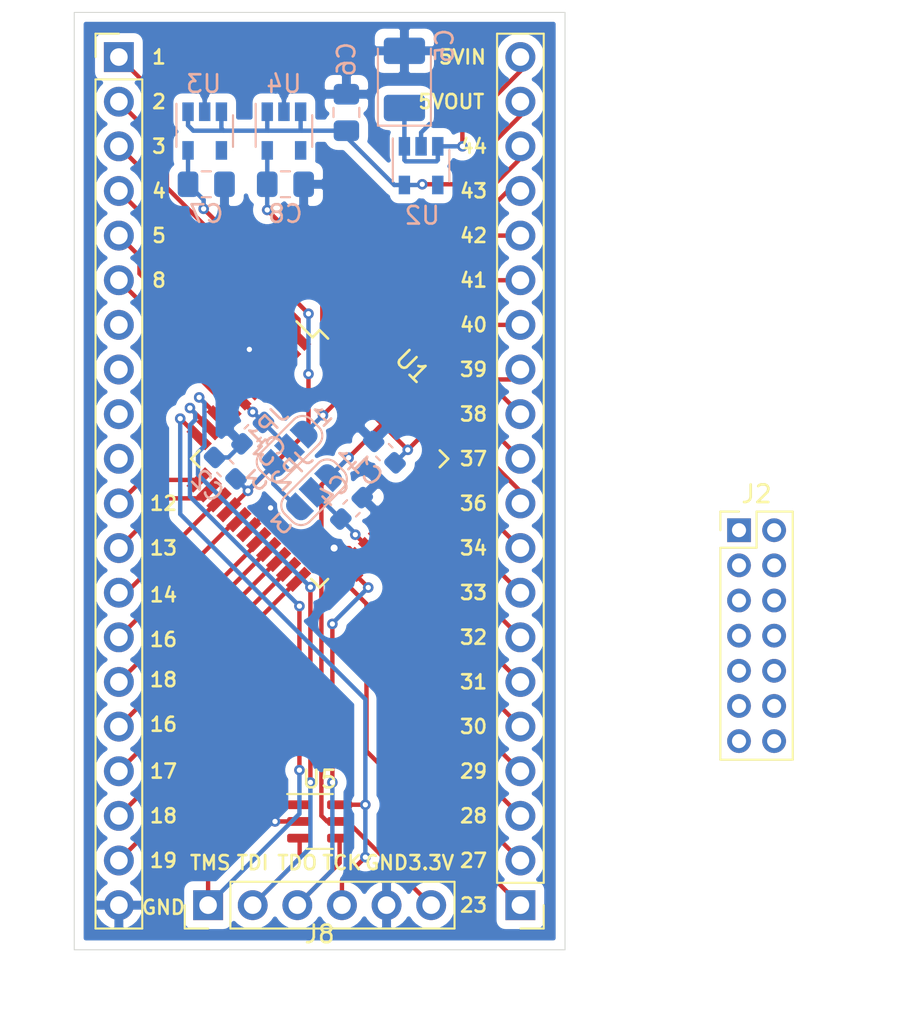
<source format=kicad_pcb>
(kicad_pcb (version 20171130) (host pcbnew 5.1.9-73d0e3b20d~88~ubuntu16.04.1)

  (general
    (thickness 1.6)
    (drawings 46)
    (tracks 274)
    (zones 0)
    (modules 19)
    (nets 45)
  )

  (page A4)
  (layers
    (0 F.Cu signal)
    (31 B.Cu signal)
    (32 B.Adhes user)
    (33 F.Adhes user)
    (34 B.Paste user)
    (35 F.Paste user)
    (36 B.SilkS user)
    (37 F.SilkS user)
    (38 B.Mask user)
    (39 F.Mask user)
    (40 Dwgs.User user)
    (41 Cmts.User user)
    (42 Eco1.User user)
    (43 Eco2.User user)
    (44 Edge.Cuts user)
    (45 Margin user)
    (46 B.CrtYd user)
    (47 F.CrtYd user)
    (48 B.Fab user)
    (49 F.Fab user)
  )

  (setup
    (last_trace_width 0.25)
    (trace_clearance 0.2)
    (zone_clearance 0.508)
    (zone_45_only no)
    (trace_min 0.2)
    (via_size 0.8)
    (via_drill 0.4)
    (via_min_size 0.4)
    (via_min_drill 0.3)
    (user_via 0.6 0.3)
    (uvia_size 0.3)
    (uvia_drill 0.1)
    (uvias_allowed no)
    (uvia_min_size 0.2)
    (uvia_min_drill 0.1)
    (edge_width 0.05)
    (segment_width 0.2)
    (pcb_text_width 0.3)
    (pcb_text_size 1.5 1.5)
    (mod_edge_width 0.12)
    (mod_text_size 1 1)
    (mod_text_width 0.15)
    (pad_size 1.524 1.524)
    (pad_drill 0.762)
    (pad_to_mask_clearance 0)
    (aux_axis_origin 0 0)
    (visible_elements FFFFFF7F)
    (pcbplotparams
      (layerselection 0x010f0_ffffffff)
      (usegerberextensions false)
      (usegerberattributes false)
      (usegerberadvancedattributes false)
      (creategerberjobfile false)
      (excludeedgelayer true)
      (linewidth 0.100000)
      (plotframeref false)
      (viasonmask false)
      (mode 1)
      (useauxorigin false)
      (hpglpennumber 1)
      (hpglpenspeed 20)
      (hpglpendiameter 15.000000)
      (psnegative false)
      (psa4output false)
      (plotreference true)
      (plotvalue false)
      (plotinvisibletext false)
      (padsonsilk true)
      (subtractmaskfromsilk false)
      (outputformat 1)
      (mirror false)
      (drillshape 0)
      (scaleselection 1)
      (outputdirectory "gerber/"))
  )

  (net 0 "")
  (net 1 +3V3)
  (net 2 GND)
  (net 3 +1V8)
  (net 4 "Net-(C3-Pad2)")
  (net 5 "Net-(C4-Pad2)")
  (net 6 JTAG_TCK)
  (net 7 JTAG_TDO)
  (net 8 JTAG_TDI)
  (net 9 JTAG_TMS)
  (net 10 +5VIN)
  (net 11 +5VOUT)
  (net 12 PIN1-IO1-GCK2)
  (net 13 PIN5-IO1)
  (net 14 PIN3-IO1)
  (net 15 PIN2-IO1)
  (net 16 PIN8-IO1)
  (net 17 PIN6-IO1)
  (net 18 PIN16-IO1)
  (net 19 PIN14-IO1)
  (net 20 PIN13-IO1)
  (net 21 PIN12-IO1)
  (net 22 PIN33-IO2-GTS0)
  (net 23 PIN34-IO2-GTS1)
  (net 24 PIN36-IO2)
  (net 25 PIN37-IO2)
  (net 26 PIN38-IO2)
  (net 27 PIN44-IO1-GCK2)
  (net 28 PIN43-IO1-GCK0)
  (net 29 PIN42-IO1)
  (net 30 PIN41-IO1)
  (net 31 PIN40-IO1)
  (net 32 PIN39-IO1)
  (net 33 PIN32-IO2-GTS3)
  (net 34 PIN31-IO2-GTS2)
  (net 35 PIN30-IO2-GSR)
  (net 36 PIN29-IO2)
  (net 37 PIN28-IO2)
  (net 38 PIN27-IO2)
  (net 39 PIN23-IO2)
  (net 40 PIN22-IO2)
  (net 41 PIN21-IO2)
  (net 42 PIN20-IO2)
  (net 43 PIN19-IO2)
  (net 44 PIN18-IO2)

  (net_class Default "This is the default net class."
    (clearance 0.2)
    (trace_width 0.25)
    (via_dia 0.8)
    (via_drill 0.4)
    (uvia_dia 0.3)
    (uvia_drill 0.1)
    (add_net +1V8)
    (add_net +3V3)
    (add_net +5VIN)
    (add_net +5VOUT)
    (add_net GND)
    (add_net JTAG_TCK)
    (add_net JTAG_TDI)
    (add_net JTAG_TDO)
    (add_net JTAG_TMS)
    (add_net "Net-(C3-Pad2)")
    (add_net "Net-(C4-Pad2)")
    (add_net "Net-(J2-Pad1)")
    (add_net "Net-(J2-Pad10)")
    (add_net "Net-(J2-Pad11)")
    (add_net "Net-(J2-Pad12)")
    (add_net "Net-(J2-Pad13)")
    (add_net "Net-(J2-Pad14)")
    (add_net "Net-(J2-Pad2)")
    (add_net "Net-(J2-Pad3)")
    (add_net "Net-(J2-Pad4)")
    (add_net "Net-(J2-Pad5)")
    (add_net "Net-(J2-Pad6)")
    (add_net "Net-(J2-Pad7)")
    (add_net "Net-(J2-Pad8)")
    (add_net "Net-(J2-Pad9)")
    (add_net "Net-(J3-Pad10)")
    (add_net "Net-(J3-Pad7)")
    (add_net "Net-(J3-Pad8)")
    (add_net "Net-(J3-Pad9)")
    (add_net "Net-(U2-Pad4)")
    (add_net "Net-(U3-Pad4)")
    (add_net "Net-(U4-Pad4)")
    (add_net PIN1-IO1-GCK2)
    (add_net PIN12-IO1)
    (add_net PIN13-IO1)
    (add_net PIN14-IO1)
    (add_net PIN16-IO1)
    (add_net PIN18-IO2)
    (add_net PIN19-IO2)
    (add_net PIN2-IO1)
    (add_net PIN20-IO2)
    (add_net PIN21-IO2)
    (add_net PIN22-IO2)
    (add_net PIN23-IO2)
    (add_net PIN27-IO2)
    (add_net PIN28-IO2)
    (add_net PIN29-IO2)
    (add_net PIN3-IO1)
    (add_net PIN30-IO2-GSR)
    (add_net PIN31-IO2-GTS2)
    (add_net PIN32-IO2-GTS3)
    (add_net PIN33-IO2-GTS0)
    (add_net PIN34-IO2-GTS1)
    (add_net PIN36-IO2)
    (add_net PIN37-IO2)
    (add_net PIN38-IO2)
    (add_net PIN39-IO1)
    (add_net PIN40-IO1)
    (add_net PIN41-IO1)
    (add_net PIN42-IO1)
    (add_net PIN43-IO1-GCK0)
    (add_net PIN44-IO1-GCK2)
    (add_net PIN5-IO1)
    (add_net PIN6-IO1)
    (add_net PIN8-IO1)
  )

  (module Connector_PinHeader_2.00mm:PinHeader_2x07_P2.00mm_Vertical (layer F.Cu) (tedit 59FED667) (tstamp 6082C1A2)
    (at 131.826 137.414)
    (descr "Through hole straight pin header, 2x07, 2.00mm pitch, double rows")
    (tags "Through hole pin header THT 2x07 2.00mm double row")
    (path /6083187A)
    (fp_text reference J2 (at 1 -2.06) (layer F.SilkS)
      (effects (font (size 1 1) (thickness 0.15)))
    )
    (fp_text value Conn_02x07_Odd_Even (at 1 14.06) (layer F.Fab)
      (effects (font (size 1 1) (thickness 0.15)))
    )
    (fp_text user %R (at 1 6 90) (layer F.Fab)
      (effects (font (size 1 1) (thickness 0.15)))
    )
    (fp_line (start 0 -1) (end 3 -1) (layer F.Fab) (width 0.1))
    (fp_line (start 3 -1) (end 3 13) (layer F.Fab) (width 0.1))
    (fp_line (start 3 13) (end -1 13) (layer F.Fab) (width 0.1))
    (fp_line (start -1 13) (end -1 0) (layer F.Fab) (width 0.1))
    (fp_line (start -1 0) (end 0 -1) (layer F.Fab) (width 0.1))
    (fp_line (start -1.06 13.06) (end 3.06 13.06) (layer F.SilkS) (width 0.12))
    (fp_line (start -1.06 1) (end -1.06 13.06) (layer F.SilkS) (width 0.12))
    (fp_line (start 3.06 -1.06) (end 3.06 13.06) (layer F.SilkS) (width 0.12))
    (fp_line (start -1.06 1) (end 1 1) (layer F.SilkS) (width 0.12))
    (fp_line (start 1 1) (end 1 -1.06) (layer F.SilkS) (width 0.12))
    (fp_line (start 1 -1.06) (end 3.06 -1.06) (layer F.SilkS) (width 0.12))
    (fp_line (start -1.06 0) (end -1.06 -1.06) (layer F.SilkS) (width 0.12))
    (fp_line (start -1.06 -1.06) (end 0 -1.06) (layer F.SilkS) (width 0.12))
    (fp_line (start -1.5 -1.5) (end -1.5 13.5) (layer F.CrtYd) (width 0.05))
    (fp_line (start -1.5 13.5) (end 3.5 13.5) (layer F.CrtYd) (width 0.05))
    (fp_line (start 3.5 13.5) (end 3.5 -1.5) (layer F.CrtYd) (width 0.05))
    (fp_line (start 3.5 -1.5) (end -1.5 -1.5) (layer F.CrtYd) (width 0.05))
    (pad 14 thru_hole oval (at 2 12) (size 1.35 1.35) (drill 0.8) (layers *.Cu *.Mask))
    (pad 13 thru_hole oval (at 0 12) (size 1.35 1.35) (drill 0.8) (layers *.Cu *.Mask))
    (pad 12 thru_hole oval (at 2 10) (size 1.35 1.35) (drill 0.8) (layers *.Cu *.Mask))
    (pad 11 thru_hole oval (at 0 10) (size 1.35 1.35) (drill 0.8) (layers *.Cu *.Mask))
    (pad 10 thru_hole oval (at 2 8) (size 1.35 1.35) (drill 0.8) (layers *.Cu *.Mask))
    (pad 9 thru_hole oval (at 0 8) (size 1.35 1.35) (drill 0.8) (layers *.Cu *.Mask))
    (pad 8 thru_hole oval (at 2 6) (size 1.35 1.35) (drill 0.8) (layers *.Cu *.Mask))
    (pad 7 thru_hole oval (at 0 6) (size 1.35 1.35) (drill 0.8) (layers *.Cu *.Mask))
    (pad 6 thru_hole oval (at 2 4) (size 1.35 1.35) (drill 0.8) (layers *.Cu *.Mask))
    (pad 5 thru_hole oval (at 0 4) (size 1.35 1.35) (drill 0.8) (layers *.Cu *.Mask))
    (pad 4 thru_hole oval (at 2 2) (size 1.35 1.35) (drill 0.8) (layers *.Cu *.Mask))
    (pad 3 thru_hole oval (at 0 2) (size 1.35 1.35) (drill 0.8) (layers *.Cu *.Mask))
    (pad 2 thru_hole oval (at 2 0) (size 1.35 1.35) (drill 0.8) (layers *.Cu *.Mask))
    (pad 1 thru_hole rect (at 0 0) (size 1.35 1.35) (drill 0.8) (layers *.Cu *.Mask))
    (model ${KISYS3DMOD}/Connector_PinHeader_2.00mm.3dshapes/PinHeader_2x07_P2.00mm_Vertical.wrl
      (at (xyz 0 0 0))
      (scale (xyz 1 1 1))
      (rotate (xyz 0 0 0))
    )
  )

  (module Capacitor_SMD:C_0603_1608Metric_Pad1.08x0.95mm_HandSolder (layer B.Cu) (tedit 5F68FEEF) (tstamp 607FCBDC)
    (at 109.76638 136.16912 225)
    (descr "Capacitor SMD 0603 (1608 Metric), square (rectangular) end terminal, IPC_7351 nominal with elongated pad for handsoldering. (Body size source: IPC-SM-782 page 76, https://www.pcb-3d.com/wordpress/wp-content/uploads/ipc-sm-782a_amendment_1_and_2.pdf), generated with kicad-footprint-generator")
    (tags "capacitor handsolder")
    (path /6082A661)
    (attr smd)
    (fp_text reference C4 (at 0 1.43 225) (layer B.SilkS)
      (effects (font (size 1 1) (thickness 0.15)) (justify mirror))
    )
    (fp_text value 100nF (at 0 -1.43 225) (layer B.Fab)
      (effects (font (size 1 1) (thickness 0.15)) (justify mirror))
    )
    (fp_line (start -0.8 -0.4) (end -0.8 0.4) (layer B.Fab) (width 0.1))
    (fp_line (start -0.8 0.4) (end 0.8 0.4) (layer B.Fab) (width 0.1))
    (fp_line (start 0.8 0.4) (end 0.8 -0.4) (layer B.Fab) (width 0.1))
    (fp_line (start 0.8 -0.4) (end -0.8 -0.4) (layer B.Fab) (width 0.1))
    (fp_line (start -0.146267 0.51) (end 0.146267 0.51) (layer B.SilkS) (width 0.12))
    (fp_line (start -0.146267 -0.51) (end 0.146267 -0.51) (layer B.SilkS) (width 0.12))
    (fp_line (start -1.65 -0.73) (end -1.65 0.73) (layer B.CrtYd) (width 0.05))
    (fp_line (start -1.65 0.73) (end 1.65 0.73) (layer B.CrtYd) (width 0.05))
    (fp_line (start 1.65 0.73) (end 1.65 -0.73) (layer B.CrtYd) (width 0.05))
    (fp_line (start 1.65 -0.73) (end -1.65 -0.73) (layer B.CrtYd) (width 0.05))
    (fp_text user %R (at 0 0 225) (layer B.Fab)
      (effects (font (size 0.4 0.4) (thickness 0.06)) (justify mirror))
    )
    (pad 2 smd roundrect (at 0.8625 0 225) (size 1.075 0.95) (layers B.Cu B.Paste B.Mask) (roundrect_rratio 0.25)
      (net 5 "Net-(C4-Pad2)"))
    (pad 1 smd roundrect (at -0.8625 0 225) (size 1.075 0.95) (layers B.Cu B.Paste B.Mask) (roundrect_rratio 0.25)
      (net 2 GND))
    (model ${KISYS3DMOD}/Capacitor_SMD.3dshapes/C_0603_1608Metric.wrl
      (at (xyz 0 0 0))
      (scale (xyz 1 1 1))
      (rotate (xyz 0 0 0))
    )
  )

  (module Package_QFP:TQFP-44_10x10mm_P0.8mm (layer F.Cu) (tedit 5A02F146) (tstamp 60811930)
    (at 107.95 133.35 315)
    (descr "44-Lead Plastic Thin Quad Flatpack (PT) - 10x10x1.0 mm Body [TQFP] (see Microchip Packaging Specification 00000049BS.pdf)")
    (tags "QFP 0.8")
    (path /6082A629)
    (attr smd)
    (fp_text reference U1 (at 0 -7.45 135) (layer F.SilkS)
      (effects (font (size 1 1) (thickness 0.15)))
    )
    (fp_text value XC2C64A-xVQ44 (at 0 7.45 135) (layer F.Fab)
      (effects (font (size 1 1) (thickness 0.15)))
    )
    (fp_line (start -4 -5) (end 5 -5) (layer F.Fab) (width 0.15))
    (fp_line (start 5 -5) (end 5 5) (layer F.Fab) (width 0.15))
    (fp_line (start 5 5) (end -5 5) (layer F.Fab) (width 0.15))
    (fp_line (start -5 5) (end -5 -4) (layer F.Fab) (width 0.15))
    (fp_line (start -5 -4) (end -4 -5) (layer F.Fab) (width 0.15))
    (fp_line (start -6.7 -6.7) (end -6.7 6.7) (layer F.CrtYd) (width 0.05))
    (fp_line (start 6.7 -6.7) (end 6.7 6.7) (layer F.CrtYd) (width 0.05))
    (fp_line (start -6.7 -6.7) (end 6.7 -6.7) (layer F.CrtYd) (width 0.05))
    (fp_line (start -6.7 6.7) (end 6.7 6.7) (layer F.CrtYd) (width 0.05))
    (fp_line (start -5.175 -5.175) (end -5.175 -4.6) (layer F.SilkS) (width 0.15))
    (fp_line (start 5.175 -5.175) (end 5.175 -4.5) (layer F.SilkS) (width 0.15))
    (fp_line (start 5.175 5.175) (end 5.175 4.5) (layer F.SilkS) (width 0.15))
    (fp_line (start -5.175 5.175) (end -5.175 4.5) (layer F.SilkS) (width 0.15))
    (fp_line (start -5.175 -5.175) (end -4.5 -5.175) (layer F.SilkS) (width 0.15))
    (fp_line (start -5.175 5.175) (end -4.5 5.175) (layer F.SilkS) (width 0.15))
    (fp_line (start 5.175 5.175) (end 4.5 5.175) (layer F.SilkS) (width 0.15))
    (fp_line (start 5.175 -5.175) (end 4.5 -5.175) (layer F.SilkS) (width 0.15))
    (fp_line (start -5.175 -4.6) (end -6.45 -4.6) (layer F.SilkS) (width 0.15))
    (fp_text user %R (at 0 0 135) (layer F.Fab)
      (effects (font (size 1 1) (thickness 0.15)))
    )
    (pad 44 smd rect (at -4 -5.7 45) (size 1.5 0.55) (layers F.Cu F.Paste F.Mask)
      (net 27 PIN44-IO1-GCK2))
    (pad 43 smd rect (at -3.2 -5.7 45) (size 1.5 0.55) (layers F.Cu F.Paste F.Mask)
      (net 28 PIN43-IO1-GCK0))
    (pad 42 smd rect (at -2.4 -5.7 45) (size 1.5 0.55) (layers F.Cu F.Paste F.Mask)
      (net 29 PIN42-IO1))
    (pad 41 smd rect (at -1.6 -5.7 45) (size 1.5 0.55) (layers F.Cu F.Paste F.Mask)
      (net 30 PIN41-IO1))
    (pad 40 smd rect (at -0.8 -5.7 45) (size 1.5 0.55) (layers F.Cu F.Paste F.Mask)
      (net 31 PIN40-IO1))
    (pad 39 smd rect (at 0 -5.7 45) (size 1.5 0.55) (layers F.Cu F.Paste F.Mask)
      (net 32 PIN39-IO1))
    (pad 38 smd rect (at 0.8 -5.7 45) (size 1.5 0.55) (layers F.Cu F.Paste F.Mask)
      (net 26 PIN38-IO2))
    (pad 37 smd rect (at 1.6 -5.7 45) (size 1.5 0.55) (layers F.Cu F.Paste F.Mask)
      (net 25 PIN37-IO2))
    (pad 36 smd rect (at 2.4 -5.7 45) (size 1.5 0.55) (layers F.Cu F.Paste F.Mask)
      (net 24 PIN36-IO2))
    (pad 35 smd rect (at 3.2 -5.7 45) (size 1.5 0.55) (layers F.Cu F.Paste F.Mask)
      (net 1 +3V3))
    (pad 34 smd rect (at 4 -5.7 45) (size 1.5 0.55) (layers F.Cu F.Paste F.Mask)
      (net 23 PIN34-IO2-GTS1))
    (pad 33 smd rect (at 5.7 -4 315) (size 1.5 0.55) (layers F.Cu F.Paste F.Mask)
      (net 22 PIN33-IO2-GTS0))
    (pad 32 smd rect (at 5.7 -3.2 315) (size 1.5 0.55) (layers F.Cu F.Paste F.Mask)
      (net 33 PIN32-IO2-GTS3))
    (pad 31 smd rect (at 5.7 -2.4 315) (size 1.5 0.55) (layers F.Cu F.Paste F.Mask)
      (net 34 PIN31-IO2-GTS2))
    (pad 30 smd rect (at 5.7 -1.6 315) (size 1.5 0.55) (layers F.Cu F.Paste F.Mask)
      (net 35 PIN30-IO2-GSR))
    (pad 29 smd rect (at 5.7 -0.8 315) (size 1.5 0.55) (layers F.Cu F.Paste F.Mask)
      (net 36 PIN29-IO2))
    (pad 28 smd rect (at 5.7 0 315) (size 1.5 0.55) (layers F.Cu F.Paste F.Mask)
      (net 37 PIN28-IO2))
    (pad 27 smd rect (at 5.7 0.8 315) (size 1.5 0.55) (layers F.Cu F.Paste F.Mask)
      (net 38 PIN27-IO2))
    (pad 26 smd rect (at 5.7 1.6 315) (size 1.5 0.55) (layers F.Cu F.Paste F.Mask)
      (net 5 "Net-(C4-Pad2)"))
    (pad 25 smd rect (at 5.7 2.4 315) (size 1.5 0.55) (layers F.Cu F.Paste F.Mask)
      (net 2 GND))
    (pad 24 smd rect (at 5.7 3.2 315) (size 1.5 0.55) (layers F.Cu F.Paste F.Mask)
      (net 7 JTAG_TDO))
    (pad 23 smd rect (at 5.7 4 315) (size 1.5 0.55) (layers F.Cu F.Paste F.Mask)
      (net 39 PIN23-IO2))
    (pad 22 smd rect (at 4 5.7 45) (size 1.5 0.55) (layers F.Cu F.Paste F.Mask)
      (net 40 PIN22-IO2))
    (pad 21 smd rect (at 3.2 5.7 45) (size 1.5 0.55) (layers F.Cu F.Paste F.Mask)
      (net 41 PIN21-IO2))
    (pad 20 smd rect (at 2.4 5.7 45) (size 1.5 0.55) (layers F.Cu F.Paste F.Mask)
      (net 42 PIN20-IO2))
    (pad 19 smd rect (at 1.6 5.7 45) (size 1.5 0.55) (layers F.Cu F.Paste F.Mask)
      (net 43 PIN19-IO2))
    (pad 18 smd rect (at 0.8 5.7 45) (size 1.5 0.55) (layers F.Cu F.Paste F.Mask)
      (net 44 PIN18-IO2))
    (pad 17 smd rect (at 0 5.7 45) (size 1.5 0.55) (layers F.Cu F.Paste F.Mask)
      (net 2 GND))
    (pad 16 smd rect (at -0.8 5.7 45) (size 1.5 0.55) (layers F.Cu F.Paste F.Mask)
      (net 18 PIN16-IO1))
    (pad 15 smd rect (at -1.6 5.7 45) (size 1.5 0.55) (layers F.Cu F.Paste F.Mask)
      (net 3 +1V8))
    (pad 14 smd rect (at -2.4 5.7 45) (size 1.5 0.55) (layers F.Cu F.Paste F.Mask)
      (net 19 PIN14-IO1))
    (pad 13 smd rect (at -3.2 5.7 45) (size 1.5 0.55) (layers F.Cu F.Paste F.Mask)
      (net 20 PIN13-IO1))
    (pad 12 smd rect (at -4 5.7 45) (size 1.5 0.55) (layers F.Cu F.Paste F.Mask)
      (net 21 PIN12-IO1))
    (pad 11 smd rect (at -5.7 4 315) (size 1.5 0.55) (layers F.Cu F.Paste F.Mask)
      (net 6 JTAG_TCK))
    (pad 10 smd rect (at -5.7 3.2 315) (size 1.5 0.55) (layers F.Cu F.Paste F.Mask)
      (net 9 JTAG_TMS))
    (pad 9 smd rect (at -5.7 2.4 315) (size 1.5 0.55) (layers F.Cu F.Paste F.Mask)
      (net 8 JTAG_TDI))
    (pad 8 smd rect (at -5.7 1.6 315) (size 1.5 0.55) (layers F.Cu F.Paste F.Mask)
      (net 16 PIN8-IO1))
    (pad 7 smd rect (at -5.7 0.8 315) (size 1.5 0.55) (layers F.Cu F.Paste F.Mask)
      (net 4 "Net-(C3-Pad2)"))
    (pad 6 smd rect (at -5.7 0 315) (size 1.5 0.55) (layers F.Cu F.Paste F.Mask)
      (net 17 PIN6-IO1))
    (pad 5 smd rect (at -5.7 -0.8 315) (size 1.5 0.55) (layers F.Cu F.Paste F.Mask)
      (net 13 PIN5-IO1))
    (pad 4 smd rect (at -5.7 -1.6 315) (size 1.5 0.55) (layers F.Cu F.Paste F.Mask)
      (net 2 GND))
    (pad 3 smd rect (at -5.7 -2.4 315) (size 1.5 0.55) (layers F.Cu F.Paste F.Mask)
      (net 14 PIN3-IO1))
    (pad 2 smd rect (at -5.7 -3.2 315) (size 1.5 0.55) (layers F.Cu F.Paste F.Mask)
      (net 15 PIN2-IO1))
    (pad 1 smd rect (at -5.7 -4 315) (size 1.5 0.55) (layers F.Cu F.Paste F.Mask)
      (net 12 PIN1-IO1-GCK2))
    (model ${KISYS3DMOD}/Package_QFP.3dshapes/TQFP-44_10x10mm_P0.8mm.wrl
      (at (xyz 0 0 0))
      (scale (xyz 1 1 1))
      (rotate (xyz 0 0 0))
    )
  )

  (module Connector_PinHeader_2.54mm:PinHeader_1x20_P2.54mm_Vertical locked (layer F.Cu) (tedit 59FED5CC) (tstamp 60806D11)
    (at 119.38 158.75 180)
    (descr "Through hole straight pin header, 1x20, 2.54mm pitch, single row")
    (tags "Through hole pin header THT 1x20 2.54mm single row")
    (path /60835A3E)
    (fp_text reference J1 (at 0 -2.33) (layer F.SilkS) hide
      (effects (font (size 1 1) (thickness 0.15)))
    )
    (fp_text value Conn_01x20_Male (at 0 50.59) (layer F.Fab)
      (effects (font (size 1 1) (thickness 0.15)))
    )
    (fp_line (start -0.635 -1.27) (end 1.27 -1.27) (layer F.Fab) (width 0.1))
    (fp_line (start 1.27 -1.27) (end 1.27 49.53) (layer F.Fab) (width 0.1))
    (fp_line (start 1.27 49.53) (end -1.27 49.53) (layer F.Fab) (width 0.1))
    (fp_line (start -1.27 49.53) (end -1.27 -0.635) (layer F.Fab) (width 0.1))
    (fp_line (start -1.27 -0.635) (end -0.635 -1.27) (layer F.Fab) (width 0.1))
    (fp_line (start -1.33 49.59) (end 1.33 49.59) (layer F.SilkS) (width 0.12))
    (fp_line (start -1.33 1.27) (end -1.33 49.59) (layer F.SilkS) (width 0.12))
    (fp_line (start 1.33 1.27) (end 1.33 49.59) (layer F.SilkS) (width 0.12))
    (fp_line (start -1.33 1.27) (end 1.33 1.27) (layer F.SilkS) (width 0.12))
    (fp_line (start -1.33 0) (end -1.33 -1.33) (layer F.SilkS) (width 0.12))
    (fp_line (start -1.33 -1.33) (end 0 -1.33) (layer F.SilkS) (width 0.12))
    (fp_line (start -1.8 -1.8) (end -1.8 50.05) (layer F.CrtYd) (width 0.05))
    (fp_line (start -1.8 50.05) (end 1.8 50.05) (layer F.CrtYd) (width 0.05))
    (fp_line (start 1.8 50.05) (end 1.8 -1.8) (layer F.CrtYd) (width 0.05))
    (fp_line (start 1.8 -1.8) (end -1.8 -1.8) (layer F.CrtYd) (width 0.05))
    (fp_text user %R (at 0 24.13 90) (layer F.Fab)
      (effects (font (size 1 1) (thickness 0.15)))
    )
    (pad 20 thru_hole oval (at 0 48.26 180) (size 1.7 1.7) (drill 1) (layers *.Cu *.Mask)
      (net 10 +5VIN))
    (pad 19 thru_hole oval (at 0 45.72 180) (size 1.7 1.7) (drill 1) (layers *.Cu *.Mask)
      (net 11 +5VOUT))
    (pad 18 thru_hole oval (at 0 43.18 180) (size 1.7 1.7) (drill 1) (layers *.Cu *.Mask)
      (net 27 PIN44-IO1-GCK2))
    (pad 17 thru_hole oval (at 0 40.64 180) (size 1.7 1.7) (drill 1) (layers *.Cu *.Mask)
      (net 28 PIN43-IO1-GCK0))
    (pad 16 thru_hole oval (at 0 38.1 180) (size 1.7 1.7) (drill 1) (layers *.Cu *.Mask)
      (net 29 PIN42-IO1))
    (pad 15 thru_hole oval (at 0 35.56 180) (size 1.7 1.7) (drill 1) (layers *.Cu *.Mask)
      (net 30 PIN41-IO1))
    (pad 14 thru_hole oval (at 0 33.02 180) (size 1.7 1.7) (drill 1) (layers *.Cu *.Mask)
      (net 31 PIN40-IO1))
    (pad 13 thru_hole oval (at 0 30.48 180) (size 1.7 1.7) (drill 1) (layers *.Cu *.Mask)
      (net 32 PIN39-IO1))
    (pad 12 thru_hole oval (at 0 27.94 180) (size 1.7 1.7) (drill 1) (layers *.Cu *.Mask)
      (net 26 PIN38-IO2))
    (pad 11 thru_hole oval (at 0 25.4 180) (size 1.7 1.7) (drill 1) (layers *.Cu *.Mask)
      (net 25 PIN37-IO2))
    (pad 10 thru_hole oval (at 0 22.86 180) (size 1.7 1.7) (drill 1) (layers *.Cu *.Mask)
      (net 24 PIN36-IO2))
    (pad 9 thru_hole oval (at 0 20.32 180) (size 1.7 1.7) (drill 1) (layers *.Cu *.Mask)
      (net 23 PIN34-IO2-GTS1))
    (pad 8 thru_hole oval (at 0 17.78 180) (size 1.7 1.7) (drill 1) (layers *.Cu *.Mask)
      (net 22 PIN33-IO2-GTS0))
    (pad 7 thru_hole oval (at 0 15.24 180) (size 1.7 1.7) (drill 1) (layers *.Cu *.Mask)
      (net 33 PIN32-IO2-GTS3))
    (pad 6 thru_hole oval (at 0 12.7 180) (size 1.7 1.7) (drill 1) (layers *.Cu *.Mask)
      (net 34 PIN31-IO2-GTS2))
    (pad 5 thru_hole oval (at 0 10.16 180) (size 1.7 1.7) (drill 1) (layers *.Cu *.Mask)
      (net 35 PIN30-IO2-GSR))
    (pad 4 thru_hole oval (at 0 7.62 180) (size 1.7 1.7) (drill 1) (layers *.Cu *.Mask)
      (net 36 PIN29-IO2))
    (pad 3 thru_hole oval (at 0 5.08 180) (size 1.7 1.7) (drill 1) (layers *.Cu *.Mask)
      (net 37 PIN28-IO2))
    (pad 2 thru_hole oval (at 0 2.54 180) (size 1.7 1.7) (drill 1) (layers *.Cu *.Mask)
      (net 38 PIN27-IO2))
    (pad 1 thru_hole rect (at 0 0 180) (size 1.7 1.7) (drill 1) (layers *.Cu *.Mask)
      (net 39 PIN23-IO2))
    (model ${KISYS3DMOD}/Connector_PinHeader_2.54mm.3dshapes/PinHeader_1x20_P2.54mm_Vertical.wrl
      (at (xyz 0 0 0))
      (scale (xyz 1 1 1))
      (rotate (xyz 0 0 0))
    )
  )

  (module Connector_PinHeader_2.54mm:PinHeader_1x20_P2.54mm_Vertical locked (layer F.Cu) (tedit 59FED5CC) (tstamp 60803538)
    (at 96.52 110.49)
    (descr "Through hole straight pin header, 1x20, 2.54mm pitch, single row")
    (tags "Through hole pin header THT 1x20 2.54mm single row")
    (path /6081B8E4)
    (fp_text reference J3 (at 0 -2.33) (layer F.SilkS) hide
      (effects (font (size 1 1) (thickness 0.15)))
    )
    (fp_text value Conn_01x20_Male (at 0 50.59) (layer F.Fab)
      (effects (font (size 1 1) (thickness 0.15)))
    )
    (fp_line (start -0.635 -1.27) (end 1.27 -1.27) (layer F.Fab) (width 0.1))
    (fp_line (start 1.27 -1.27) (end 1.27 49.53) (layer F.Fab) (width 0.1))
    (fp_line (start 1.27 49.53) (end -1.27 49.53) (layer F.Fab) (width 0.1))
    (fp_line (start -1.27 49.53) (end -1.27 -0.635) (layer F.Fab) (width 0.1))
    (fp_line (start -1.27 -0.635) (end -0.635 -1.27) (layer F.Fab) (width 0.1))
    (fp_line (start -1.33 49.59) (end 1.33 49.59) (layer F.SilkS) (width 0.12))
    (fp_line (start -1.33 1.27) (end -1.33 49.59) (layer F.SilkS) (width 0.12))
    (fp_line (start 1.33 1.27) (end 1.33 49.59) (layer F.SilkS) (width 0.12))
    (fp_line (start -1.33 1.27) (end 1.33 1.27) (layer F.SilkS) (width 0.12))
    (fp_line (start -1.33 0) (end -1.33 -1.33) (layer F.SilkS) (width 0.12))
    (fp_line (start -1.33 -1.33) (end 0 -1.33) (layer F.SilkS) (width 0.12))
    (fp_line (start -1.8 -1.8) (end -1.8 50.05) (layer F.CrtYd) (width 0.05))
    (fp_line (start -1.8 50.05) (end 1.8 50.05) (layer F.CrtYd) (width 0.05))
    (fp_line (start 1.8 50.05) (end 1.8 -1.8) (layer F.CrtYd) (width 0.05))
    (fp_line (start 1.8 -1.8) (end -1.8 -1.8) (layer F.CrtYd) (width 0.05))
    (fp_text user %R (at 0 24.13 90) (layer F.Fab)
      (effects (font (size 1 1) (thickness 0.15)))
    )
    (pad 20 thru_hole oval (at 0 48.26) (size 1.7 1.7) (drill 1) (layers *.Cu *.Mask)
      (net 2 GND))
    (pad 19 thru_hole oval (at 0 45.72) (size 1.7 1.7) (drill 1) (layers *.Cu *.Mask)
      (net 40 PIN22-IO2))
    (pad 18 thru_hole oval (at 0 43.18) (size 1.7 1.7) (drill 1) (layers *.Cu *.Mask)
      (net 41 PIN21-IO2))
    (pad 17 thru_hole oval (at 0 40.64) (size 1.7 1.7) (drill 1) (layers *.Cu *.Mask)
      (net 42 PIN20-IO2))
    (pad 16 thru_hole oval (at 0 38.1) (size 1.7 1.7) (drill 1) (layers *.Cu *.Mask)
      (net 43 PIN19-IO2))
    (pad 15 thru_hole oval (at 0 35.56) (size 1.7 1.7) (drill 1) (layers *.Cu *.Mask)
      (net 44 PIN18-IO2))
    (pad 14 thru_hole oval (at 0 33.02) (size 1.7 1.7) (drill 1) (layers *.Cu *.Mask)
      (net 18 PIN16-IO1))
    (pad 13 thru_hole oval (at 0 30.48) (size 1.7 1.7) (drill 1) (layers *.Cu *.Mask)
      (net 19 PIN14-IO1))
    (pad 12 thru_hole oval (at 0 27.94) (size 1.7 1.7) (drill 1) (layers *.Cu *.Mask)
      (net 20 PIN13-IO1))
    (pad 11 thru_hole oval (at 0 25.4) (size 1.7 1.7) (drill 1) (layers *.Cu *.Mask)
      (net 21 PIN12-IO1))
    (pad 10 thru_hole oval (at 0 22.86) (size 1.7 1.7) (drill 1) (layers *.Cu *.Mask))
    (pad 9 thru_hole oval (at 0 20.32) (size 1.7 1.7) (drill 1) (layers *.Cu *.Mask))
    (pad 8 thru_hole oval (at 0 17.78) (size 1.7 1.7) (drill 1) (layers *.Cu *.Mask))
    (pad 7 thru_hole oval (at 0 15.24) (size 1.7 1.7) (drill 1) (layers *.Cu *.Mask))
    (pad 6 thru_hole oval (at 0 12.7) (size 1.7 1.7) (drill 1) (layers *.Cu *.Mask)
      (net 16 PIN8-IO1))
    (pad 5 thru_hole oval (at 0 10.16) (size 1.7 1.7) (drill 1) (layers *.Cu *.Mask)
      (net 17 PIN6-IO1))
    (pad 4 thru_hole oval (at 0 7.62) (size 1.7 1.7) (drill 1) (layers *.Cu *.Mask)
      (net 13 PIN5-IO1))
    (pad 3 thru_hole oval (at 0 5.08) (size 1.7 1.7) (drill 1) (layers *.Cu *.Mask)
      (net 14 PIN3-IO1))
    (pad 2 thru_hole oval (at 0 2.54) (size 1.7 1.7) (drill 1) (layers *.Cu *.Mask)
      (net 15 PIN2-IO1))
    (pad 1 thru_hole rect (at 0 0) (size 1.7 1.7) (drill 1) (layers *.Cu *.Mask)
      (net 12 PIN1-IO1-GCK2))
    (model ${KISYS3DMOD}/Connector_PinHeader_2.54mm.3dshapes/PinHeader_1x20_P2.54mm_Vertical.wrl
      (at (xyz 0 0 0))
      (scale (xyz 1 1 1))
      (rotate (xyz 0 0 0))
    )
  )

  (module Package_SO:SC-74-6_1.5x2.9mm_P0.95mm (layer F.Cu) (tedit 5D9F72B0) (tstamp 607FCE54)
    (at 107.95 153.9875)
    (descr "SC-74, 6 Pin (https://www.nxp.com/docs/en/package-information/SOT457.pdf), generated with kicad-footprint-generator ipc_gullwing_generator.py")
    (tags "SC-74 SO")
    (path /60849177)
    (attr smd)
    (fp_text reference U5 (at 0 -2.4) (layer F.SilkS)
      (effects (font (size 1 1) (thickness 0.15)))
    )
    (fp_text value CM1293A−04SO (at 0 2.4) (layer F.Fab)
      (effects (font (size 1 1) (thickness 0.15)))
    )
    (fp_line (start 0 1.56) (end 0.75 1.56) (layer F.SilkS) (width 0.12))
    (fp_line (start 0 1.56) (end -0.75 1.56) (layer F.SilkS) (width 0.12))
    (fp_line (start 0 -1.56) (end 0.75 -1.56) (layer F.SilkS) (width 0.12))
    (fp_line (start 0 -1.56) (end -1.85 -1.56) (layer F.SilkS) (width 0.12))
    (fp_line (start -0.375 -1.45) (end 0.75 -1.45) (layer F.Fab) (width 0.1))
    (fp_line (start 0.75 -1.45) (end 0.75 1.45) (layer F.Fab) (width 0.1))
    (fp_line (start 0.75 1.45) (end -0.75 1.45) (layer F.Fab) (width 0.1))
    (fp_line (start -0.75 1.45) (end -0.75 -1.075) (layer F.Fab) (width 0.1))
    (fp_line (start -0.75 -1.075) (end -0.375 -1.45) (layer F.Fab) (width 0.1))
    (fp_line (start -2.1 -1.7) (end -2.1 1.7) (layer F.CrtYd) (width 0.05))
    (fp_line (start -2.1 1.7) (end 2.1 1.7) (layer F.CrtYd) (width 0.05))
    (fp_line (start 2.1 1.7) (end 2.1 -1.7) (layer F.CrtYd) (width 0.05))
    (fp_line (start 2.1 -1.7) (end -2.1 -1.7) (layer F.CrtYd) (width 0.05))
    (fp_text user %R (at 0 0) (layer F.Fab)
      (effects (font (size 0.38 0.38) (thickness 0.06)))
    )
    (pad 6 smd roundrect (at 1.1375 -0.95) (size 1.425 0.5) (layers F.Cu F.Paste F.Mask) (roundrect_rratio 0.25)
      (net 6 JTAG_TCK))
    (pad 5 smd roundrect (at 1.1375 0) (size 1.425 0.5) (layers F.Cu F.Paste F.Mask) (roundrect_rratio 0.25)
      (net 1 +3V3))
    (pad 4 smd roundrect (at 1.1375 0.95) (size 1.425 0.5) (layers F.Cu F.Paste F.Mask) (roundrect_rratio 0.25)
      (net 7 JTAG_TDO))
    (pad 3 smd roundrect (at -1.1375 0.95) (size 1.425 0.5) (layers F.Cu F.Paste F.Mask) (roundrect_rratio 0.25)
      (net 8 JTAG_TDI))
    (pad 2 smd roundrect (at -1.1375 0) (size 1.425 0.5) (layers F.Cu F.Paste F.Mask) (roundrect_rratio 0.25)
      (net 2 GND))
    (pad 1 smd roundrect (at -1.1375 -0.95) (size 1.425 0.5) (layers F.Cu F.Paste F.Mask) (roundrect_rratio 0.25)
      (net 9 JTAG_TMS))
    (model ${KISYS3DMOD}/Package_SO.3dshapes/SC-74-6_1.5x2.9mm_P0.95mm.wrl
      (at (xyz 0 0 0))
      (scale (xyz 1 1 1))
      (rotate (xyz 0 0 0))
    )
  )

  (module Package_TO_SOT_SMD:SOT-23-5 (layer B.Cu) (tedit 5A02FF57) (tstamp 607FCE3C)
    (at 105.918 114.7015 270)
    (descr "5-pin SOT23 package")
    (tags SOT-23-5)
    (path /6086F7CC)
    (attr smd)
    (fp_text reference U4 (at -2.6875 0) (layer B.SilkS)
      (effects (font (size 1 1) (thickness 0.15)) (justify mirror))
    )
    (fp_text value TC1185-3.3VCT713 (at 0 -2.9 270) (layer B.Fab)
      (effects (font (size 1 1) (thickness 0.15)) (justify mirror))
    )
    (fp_line (start -0.9 -1.61) (end 0.9 -1.61) (layer B.SilkS) (width 0.12))
    (fp_line (start 0.9 1.61) (end -1.55 1.61) (layer B.SilkS) (width 0.12))
    (fp_line (start -1.9 1.8) (end 1.9 1.8) (layer B.CrtYd) (width 0.05))
    (fp_line (start 1.9 1.8) (end 1.9 -1.8) (layer B.CrtYd) (width 0.05))
    (fp_line (start 1.9 -1.8) (end -1.9 -1.8) (layer B.CrtYd) (width 0.05))
    (fp_line (start -1.9 -1.8) (end -1.9 1.8) (layer B.CrtYd) (width 0.05))
    (fp_line (start -0.9 0.9) (end -0.25 1.55) (layer B.Fab) (width 0.1))
    (fp_line (start 0.9 1.55) (end -0.25 1.55) (layer B.Fab) (width 0.1))
    (fp_line (start -0.9 0.9) (end -0.9 -1.55) (layer B.Fab) (width 0.1))
    (fp_line (start 0.9 -1.55) (end -0.9 -1.55) (layer B.Fab) (width 0.1))
    (fp_line (start 0.9 1.55) (end 0.9 -1.55) (layer B.Fab) (width 0.1))
    (fp_text user %R (at 0 0) (layer B.Fab)
      (effects (font (size 0.5 0.5) (thickness 0.075)) (justify mirror))
    )
    (pad 5 smd rect (at 1.1 0.95 270) (size 1.06 0.65) (layers B.Cu B.Paste B.Mask)
      (net 1 +3V3))
    (pad 4 smd rect (at 1.1 -0.95 270) (size 1.06 0.65) (layers B.Cu B.Paste B.Mask))
    (pad 3 smd rect (at -1.1 -0.95 270) (size 1.06 0.65) (layers B.Cu B.Paste B.Mask)
      (net 11 +5VOUT))
    (pad 2 smd rect (at -1.1 0 270) (size 1.06 0.65) (layers B.Cu B.Paste B.Mask)
      (net 2 GND))
    (pad 1 smd rect (at -1.1 0.95 270) (size 1.06 0.65) (layers B.Cu B.Paste B.Mask)
      (net 11 +5VOUT))
    (model ${KISYS3DMOD}/Package_TO_SOT_SMD.3dshapes/SOT-23-5.wrl
      (at (xyz 0 0 0))
      (scale (xyz 1 1 1))
      (rotate (xyz 0 0 0))
    )
  )

  (module Package_TO_SOT_SMD:SOT-23-5 (layer B.Cu) (tedit 5A02FF57) (tstamp 607FCE27)
    (at 101.407 114.7015 270)
    (descr "5-pin SOT23 package")
    (tags SOT-23-5)
    (path /6086F7C6)
    (attr smd)
    (fp_text reference U3 (at -2.6875 0.061 180) (layer B.SilkS)
      (effects (font (size 1 1) (thickness 0.15)) (justify mirror))
    )
    (fp_text value TC1185-1.8VCT713 (at 0 -2.9 90) (layer B.Fab)
      (effects (font (size 1 1) (thickness 0.15)) (justify mirror))
    )
    (fp_line (start -0.9 -1.61) (end 0.9 -1.61) (layer B.SilkS) (width 0.12))
    (fp_line (start 0.9 1.61) (end -1.55 1.61) (layer B.SilkS) (width 0.12))
    (fp_line (start -1.9 1.8) (end 1.9 1.8) (layer B.CrtYd) (width 0.05))
    (fp_line (start 1.9 1.8) (end 1.9 -1.8) (layer B.CrtYd) (width 0.05))
    (fp_line (start 1.9 -1.8) (end -1.9 -1.8) (layer B.CrtYd) (width 0.05))
    (fp_line (start -1.9 -1.8) (end -1.9 1.8) (layer B.CrtYd) (width 0.05))
    (fp_line (start -0.9 0.9) (end -0.25 1.55) (layer B.Fab) (width 0.1))
    (fp_line (start 0.9 1.55) (end -0.25 1.55) (layer B.Fab) (width 0.1))
    (fp_line (start -0.9 0.9) (end -0.9 -1.55) (layer B.Fab) (width 0.1))
    (fp_line (start 0.9 -1.55) (end -0.9 -1.55) (layer B.Fab) (width 0.1))
    (fp_line (start 0.9 1.55) (end 0.9 -1.55) (layer B.Fab) (width 0.1))
    (fp_text user %R (at 0 0 180) (layer B.Fab)
      (effects (font (size 0.5 0.5) (thickness 0.075)) (justify mirror))
    )
    (pad 5 smd rect (at 1.1 0.95 270) (size 1.06 0.65) (layers B.Cu B.Paste B.Mask)
      (net 3 +1V8))
    (pad 4 smd rect (at 1.1 -0.95 270) (size 1.06 0.65) (layers B.Cu B.Paste B.Mask))
    (pad 3 smd rect (at -1.1 -0.95 270) (size 1.06 0.65) (layers B.Cu B.Paste B.Mask)
      (net 11 +5VOUT))
    (pad 2 smd rect (at -1.1 0 270) (size 1.06 0.65) (layers B.Cu B.Paste B.Mask)
      (net 2 GND))
    (pad 1 smd rect (at -1.1 0.95 270) (size 1.06 0.65) (layers B.Cu B.Paste B.Mask)
      (net 11 +5VOUT))
    (model ${KISYS3DMOD}/Package_TO_SOT_SMD.3dshapes/SOT-23-5.wrl
      (at (xyz 0 0 0))
      (scale (xyz 1 1 1))
      (rotate (xyz 0 0 0))
    )
  )

  (module Package_TO_SOT_SMD:SOT-23-5 (layer B.Cu) (tedit 5A02FF57) (tstamp 607FCE12)
    (at 113.726 116.67 270)
    (descr "5-pin SOT23 package")
    (tags SOT-23-5)
    (path /6086F7C0)
    (attr smd)
    (fp_text reference U2 (at 2.837 -0.066 180) (layer B.SilkS)
      (effects (font (size 1 1) (thickness 0.15)) (justify mirror))
    )
    (fp_text value TC1185-5.0VCT713 (at 0 -2.9 90) (layer B.Fab)
      (effects (font (size 1 1) (thickness 0.15)) (justify mirror))
    )
    (fp_line (start -0.9 -1.61) (end 0.9 -1.61) (layer B.SilkS) (width 0.12))
    (fp_line (start 0.9 1.61) (end -1.55 1.61) (layer B.SilkS) (width 0.12))
    (fp_line (start -1.9 1.8) (end 1.9 1.8) (layer B.CrtYd) (width 0.05))
    (fp_line (start 1.9 1.8) (end 1.9 -1.8) (layer B.CrtYd) (width 0.05))
    (fp_line (start 1.9 -1.8) (end -1.9 -1.8) (layer B.CrtYd) (width 0.05))
    (fp_line (start -1.9 -1.8) (end -1.9 1.8) (layer B.CrtYd) (width 0.05))
    (fp_line (start -0.9 0.9) (end -0.25 1.55) (layer B.Fab) (width 0.1))
    (fp_line (start 0.9 1.55) (end -0.25 1.55) (layer B.Fab) (width 0.1))
    (fp_line (start -0.9 0.9) (end -0.9 -1.55) (layer B.Fab) (width 0.1))
    (fp_line (start 0.9 -1.55) (end -0.9 -1.55) (layer B.Fab) (width 0.1))
    (fp_line (start 0.9 1.55) (end 0.9 -1.55) (layer B.Fab) (width 0.1))
    (fp_text user %R (at 0 0 180) (layer B.Fab)
      (effects (font (size 0.5 0.5) (thickness 0.075)) (justify mirror))
    )
    (pad 5 smd rect (at 1.1 0.95 270) (size 1.06 0.65) (layers B.Cu B.Paste B.Mask)
      (net 11 +5VOUT))
    (pad 4 smd rect (at 1.1 -0.95 270) (size 1.06 0.65) (layers B.Cu B.Paste B.Mask))
    (pad 3 smd rect (at -1.1 -0.95 270) (size 1.06 0.65) (layers B.Cu B.Paste B.Mask)
      (net 10 +5VIN))
    (pad 2 smd rect (at -1.1 0 270) (size 1.06 0.65) (layers B.Cu B.Paste B.Mask)
      (net 2 GND))
    (pad 1 smd rect (at -1.1 0.95 270) (size 1.06 0.65) (layers B.Cu B.Paste B.Mask)
      (net 10 +5VIN))
    (model ${KISYS3DMOD}/Package_TO_SOT_SMD.3dshapes/SOT-23-5.wrl
      (at (xyz 0 0 0))
      (scale (xyz 1 1 1))
      (rotate (xyz 0 0 0))
    )
  )

  (module Jumper:SolderJumper-3_P1.3mm_Open_RoundedPad1.0x1.5mm_NumberLabels (layer B.Cu) (tedit 5B391ED1) (tstamp 607FCD43)
    (at 107.6325 135.255 225)
    (descr "SMD Solder 3-pad Jumper, 1x1.5mm rounded Pads, 0.3mm gap, open, labeled with numbers")
    (tags "solder jumper open")
    (path /6082A643)
    (attr virtual)
    (fp_text reference JP2 (at 0 1.8 45) (layer B.SilkS)
      (effects (font (size 1 1) (thickness 0.15)) (justify mirror))
    )
    (fp_text value SolderJumper_3_Open (at 0 -1.9 45) (layer B.Fab)
      (effects (font (size 1 1) (thickness 0.15)) (justify mirror))
    )
    (fp_line (start -2.05 -0.3) (end -2.05 0.3) (layer B.SilkS) (width 0.12))
    (fp_line (start 1.4 -1) (end -1.4 -1) (layer B.SilkS) (width 0.12))
    (fp_line (start 2.05 0.3) (end 2.05 -0.3) (layer B.SilkS) (width 0.12))
    (fp_line (start -1.4 1) (end 1.4 1) (layer B.SilkS) (width 0.12))
    (fp_line (start -2.3 1.25) (end 2.3 1.25) (layer B.CrtYd) (width 0.05))
    (fp_line (start -2.3 1.25) (end -2.3 -1.25) (layer B.CrtYd) (width 0.05))
    (fp_line (start 2.3 -1.25) (end 2.3 1.25) (layer B.CrtYd) (width 0.05))
    (fp_line (start 2.3 -1.25) (end -2.3 -1.25) (layer B.CrtYd) (width 0.05))
    (fp_arc (start -1.35 0.3) (end -1.35 1) (angle 90) (layer B.SilkS) (width 0.12))
    (fp_arc (start -1.35 -0.3) (end -2.05 -0.3) (angle 90) (layer B.SilkS) (width 0.12))
    (fp_arc (start 1.35 -0.3) (end 1.35 -1) (angle 90) (layer B.SilkS) (width 0.12))
    (fp_arc (start 1.35 0.3) (end 2.05 0.3) (angle 90) (layer B.SilkS) (width 0.12))
    (fp_text user 1 (at -2.6 0 45) (layer B.SilkS)
      (effects (font (size 1 1) (thickness 0.15)) (justify mirror))
    )
    (fp_text user 3 (at 2.6 0 45) (layer B.SilkS)
      (effects (font (size 1 1) (thickness 0.15)) (justify mirror))
    )
    (pad 2 smd rect (at 0 0 225) (size 1 1.5) (layers B.Cu B.Mask)
      (net 5 "Net-(C4-Pad2)"))
    (pad 3 smd custom (at 1.3 0 225) (size 1 0.5) (layers B.Cu B.Mask)
      (net 3 +1V8) (zone_connect 2)
      (options (clearance outline) (anchor rect))
      (primitives
        (gr_circle (center 0 -0.25) (end 0.5 -0.25) (width 0))
        (gr_circle (center 0 0.25) (end 0.5 0.25) (width 0))
        (gr_poly (pts
           (xy -0.55 0.75) (xy 0 0.75) (xy 0 -0.75) (xy -0.55 -0.75)) (width 0))
      ))
    (pad 1 smd custom (at -1.3 0 225) (size 1 0.5) (layers B.Cu B.Mask)
      (net 1 +3V3) (zone_connect 2)
      (options (clearance outline) (anchor rect))
      (primitives
        (gr_circle (center 0 -0.25) (end 0.5 -0.25) (width 0))
        (gr_circle (center 0 0.25) (end 0.5 0.25) (width 0))
        (gr_poly (pts
           (xy 0.55 0.75) (xy 0 0.75) (xy 0 -0.75) (xy 0.55 -0.75)) (width 0))
      ))
  )

  (module Jumper:SolderJumper-3_P1.3mm_Open_RoundedPad1.0x1.5mm_NumberLabels (layer B.Cu) (tedit 5B391ED1) (tstamp 607FCD2E)
    (at 106.2355 132.7785 225)
    (descr "SMD Solder 3-pad Jumper, 1x1.5mm rounded Pads, 0.3mm gap, open, labeled with numbers")
    (tags "solder jumper open")
    (path /6082A637)
    (attr virtual)
    (fp_text reference JP1 (at 0 1.8 45) (layer B.SilkS)
      (effects (font (size 1 1) (thickness 0.15)) (justify mirror))
    )
    (fp_text value SolderJumper_3_Open (at 0 -1.9 45) (layer B.Fab)
      (effects (font (size 1 1) (thickness 0.15)) (justify mirror))
    )
    (fp_line (start -2.05 -0.3) (end -2.05 0.3) (layer B.SilkS) (width 0.12))
    (fp_line (start 1.4 -1) (end -1.4 -1) (layer B.SilkS) (width 0.12))
    (fp_line (start 2.05 0.3) (end 2.05 -0.3) (layer B.SilkS) (width 0.12))
    (fp_line (start -1.4 1) (end 1.4 1) (layer B.SilkS) (width 0.12))
    (fp_line (start -2.3 1.25) (end 2.3 1.25) (layer B.CrtYd) (width 0.05))
    (fp_line (start -2.3 1.25) (end -2.3 -1.25) (layer B.CrtYd) (width 0.05))
    (fp_line (start 2.3 -1.25) (end 2.3 1.25) (layer B.CrtYd) (width 0.05))
    (fp_line (start 2.3 -1.25) (end -2.3 -1.25) (layer B.CrtYd) (width 0.05))
    (fp_arc (start -1.35 0.3) (end -1.35 1) (angle 90) (layer B.SilkS) (width 0.12))
    (fp_arc (start -1.35 -0.3) (end -2.05 -0.3) (angle 90) (layer B.SilkS) (width 0.12))
    (fp_arc (start 1.35 -0.3) (end 1.35 -1) (angle 90) (layer B.SilkS) (width 0.12))
    (fp_arc (start 1.35 0.3) (end 2.05 0.3) (angle 90) (layer B.SilkS) (width 0.12))
    (fp_text user 1 (at -2.6 0 45) (layer B.SilkS)
      (effects (font (size 1 1) (thickness 0.15)) (justify mirror))
    )
    (fp_text user 3 (at 2.6 0 45) (layer B.SilkS)
      (effects (font (size 1 1) (thickness 0.15)) (justify mirror))
    )
    (pad 2 smd rect (at 0 0 225) (size 1 1.5) (layers B.Cu B.Mask)
      (net 4 "Net-(C3-Pad2)"))
    (pad 3 smd custom (at 1.3 0 225) (size 1 0.5) (layers B.Cu B.Mask)
      (net 3 +1V8) (zone_connect 2)
      (options (clearance outline) (anchor rect))
      (primitives
        (gr_circle (center 0 -0.25) (end 0.5 -0.25) (width 0))
        (gr_circle (center 0 0.25) (end 0.5 0.25) (width 0))
        (gr_poly (pts
           (xy -0.55 0.75) (xy 0 0.75) (xy 0 -0.75) (xy -0.55 -0.75)) (width 0))
      ))
    (pad 1 smd custom (at -1.3 0 225) (size 1 0.5) (layers B.Cu B.Mask)
      (net 1 +3V3) (zone_connect 2)
      (options (clearance outline) (anchor rect))
      (primitives
        (gr_circle (center 0 -0.25) (end 0.5 -0.25) (width 0))
        (gr_circle (center 0 0.25) (end 0.5 0.25) (width 0))
        (gr_poly (pts
           (xy 0.55 0.75) (xy 0 0.75) (xy 0 -0.75) (xy 0.55 -0.75)) (width 0))
      ))
  )

  (module Connector_PinHeader_2.54mm:PinHeader_1x06_P2.54mm_Vertical (layer F.Cu) (tedit 59FED5CC) (tstamp 607FCD19)
    (at 101.6 158.75 90)
    (descr "Through hole straight pin header, 1x06, 2.54mm pitch, single row")
    (tags "Through hole pin header THT 1x06 2.54mm single row")
    (path /6084917D)
    (fp_text reference J8 (at -1.651 6.35 180) (layer F.SilkS)
      (effects (font (size 1 1) (thickness 0.15)))
    )
    (fp_text value Conn_01x06_Male (at 0 15.03 90) (layer F.Fab)
      (effects (font (size 1 1) (thickness 0.15)))
    )
    (fp_line (start -0.635 -1.27) (end 1.27 -1.27) (layer F.Fab) (width 0.1))
    (fp_line (start 1.27 -1.27) (end 1.27 13.97) (layer F.Fab) (width 0.1))
    (fp_line (start 1.27 13.97) (end -1.27 13.97) (layer F.Fab) (width 0.1))
    (fp_line (start -1.27 13.97) (end -1.27 -0.635) (layer F.Fab) (width 0.1))
    (fp_line (start -1.27 -0.635) (end -0.635 -1.27) (layer F.Fab) (width 0.1))
    (fp_line (start -1.33 14.03) (end 1.33 14.03) (layer F.SilkS) (width 0.12))
    (fp_line (start -1.33 1.27) (end -1.33 14.03) (layer F.SilkS) (width 0.12))
    (fp_line (start 1.33 1.27) (end 1.33 14.03) (layer F.SilkS) (width 0.12))
    (fp_line (start -1.33 1.27) (end 1.33 1.27) (layer F.SilkS) (width 0.12))
    (fp_line (start -1.33 0) (end -1.33 -1.33) (layer F.SilkS) (width 0.12))
    (fp_line (start -1.33 -1.33) (end 0 -1.33) (layer F.SilkS) (width 0.12))
    (fp_line (start -1.8 -1.8) (end -1.8 14.5) (layer F.CrtYd) (width 0.05))
    (fp_line (start -1.8 14.5) (end 1.8 14.5) (layer F.CrtYd) (width 0.05))
    (fp_line (start 1.8 14.5) (end 1.8 -1.8) (layer F.CrtYd) (width 0.05))
    (fp_line (start 1.8 -1.8) (end -1.8 -1.8) (layer F.CrtYd) (width 0.05))
    (fp_text user %R (at 0 6.35) (layer F.Fab)
      (effects (font (size 1 1) (thickness 0.15)))
    )
    (pad 6 thru_hole oval (at 0 12.7 90) (size 1.7 1.7) (drill 1) (layers *.Cu *.Mask)
      (net 1 +3V3))
    (pad 5 thru_hole oval (at 0 10.16 90) (size 1.7 1.7) (drill 1) (layers *.Cu *.Mask)
      (net 2 GND))
    (pad 4 thru_hole oval (at 0 7.62 90) (size 1.7 1.7) (drill 1) (layers *.Cu *.Mask)
      (net 6 JTAG_TCK))
    (pad 3 thru_hole oval (at 0 5.08 90) (size 1.7 1.7) (drill 1) (layers *.Cu *.Mask)
      (net 7 JTAG_TDO))
    (pad 2 thru_hole oval (at 0 2.54 90) (size 1.7 1.7) (drill 1) (layers *.Cu *.Mask)
      (net 8 JTAG_TDI))
    (pad 1 thru_hole rect (at 0 0 90) (size 1.7 1.7) (drill 1) (layers *.Cu *.Mask)
      (net 9 JTAG_TMS))
    (model ${KISYS3DMOD}/Connector_PinHeader_2.54mm.3dshapes/PinHeader_1x06_P2.54mm_Vertical.wrl
      (at (xyz 0 0 0))
      (scale (xyz 1 1 1))
      (rotate (xyz 0 0 0))
    )
  )

  (module Capacitor_SMD:C_0805_2012Metric_Pad1.18x1.45mm_HandSolder (layer B.Cu) (tedit 5F68FEEF) (tstamp 607FCC22)
    (at 106.003 117.729)
    (descr "Capacitor SMD 0805 (2012 Metric), square (rectangular) end terminal, IPC_7351 nominal with elongated pad for handsoldering. (Body size source: IPC-SM-782 page 76, https://www.pcb-3d.com/wordpress/wp-content/uploads/ipc-sm-782a_amendment_1_and_2.pdf, https://docs.google.com/spreadsheets/d/1BsfQQcO9C6DZCsRaXUlFlo91Tg2WpOkGARC1WS5S8t0/edit?usp=sharing), generated with kicad-footprint-generator")
    (tags "capacitor handsolder")
    (path /6086F7F8)
    (attr smd)
    (fp_text reference C8 (at 0 1.68) (layer B.SilkS)
      (effects (font (size 1 1) (thickness 0.15)) (justify mirror))
    )
    (fp_text value 10uF (at 0 -1.68) (layer B.Fab)
      (effects (font (size 1 1) (thickness 0.15)) (justify mirror))
    )
    (fp_line (start -1 -0.625) (end -1 0.625) (layer B.Fab) (width 0.1))
    (fp_line (start -1 0.625) (end 1 0.625) (layer B.Fab) (width 0.1))
    (fp_line (start 1 0.625) (end 1 -0.625) (layer B.Fab) (width 0.1))
    (fp_line (start 1 -0.625) (end -1 -0.625) (layer B.Fab) (width 0.1))
    (fp_line (start -0.261252 0.735) (end 0.261252 0.735) (layer B.SilkS) (width 0.12))
    (fp_line (start -0.261252 -0.735) (end 0.261252 -0.735) (layer B.SilkS) (width 0.12))
    (fp_line (start -1.88 -0.98) (end -1.88 0.98) (layer B.CrtYd) (width 0.05))
    (fp_line (start -1.88 0.98) (end 1.88 0.98) (layer B.CrtYd) (width 0.05))
    (fp_line (start 1.88 0.98) (end 1.88 -0.98) (layer B.CrtYd) (width 0.05))
    (fp_line (start 1.88 -0.98) (end -1.88 -0.98) (layer B.CrtYd) (width 0.05))
    (fp_text user %R (at 0 0) (layer B.Fab)
      (effects (font (size 0.5 0.5) (thickness 0.08)) (justify mirror))
    )
    (pad 2 smd roundrect (at 1.0375 0) (size 1.175 1.45) (layers B.Cu B.Paste B.Mask) (roundrect_rratio 0.2127659574468085)
      (net 2 GND))
    (pad 1 smd roundrect (at -1.0375 0) (size 1.175 1.45) (layers B.Cu B.Paste B.Mask) (roundrect_rratio 0.2127659574468085)
      (net 1 +3V3))
    (model ${KISYS3DMOD}/Capacitor_SMD.3dshapes/C_0805_2012Metric.wrl
      (at (xyz 0 0 0))
      (scale (xyz 1 1 1))
      (rotate (xyz 0 0 0))
    )
  )

  (module Capacitor_SMD:C_0805_2012Metric_Pad1.18x1.45mm_HandSolder (layer B.Cu) (tedit 5F68FEEF) (tstamp 607FCC11)
    (at 101.4945 117.729)
    (descr "Capacitor SMD 0805 (2012 Metric), square (rectangular) end terminal, IPC_7351 nominal with elongated pad for handsoldering. (Body size source: IPC-SM-782 page 76, https://www.pcb-3d.com/wordpress/wp-content/uploads/ipc-sm-782a_amendment_1_and_2.pdf, https://docs.google.com/spreadsheets/d/1BsfQQcO9C6DZCsRaXUlFlo91Tg2WpOkGARC1WS5S8t0/edit?usp=sharing), generated with kicad-footprint-generator")
    (tags "capacitor handsolder")
    (path /6086F80F)
    (attr smd)
    (fp_text reference C7 (at 0 1.68) (layer B.SilkS)
      (effects (font (size 1 1) (thickness 0.15)) (justify mirror))
    )
    (fp_text value 10uF (at 0 -1.68) (layer B.Fab)
      (effects (font (size 1 1) (thickness 0.15)) (justify mirror))
    )
    (fp_line (start -1 -0.625) (end -1 0.625) (layer B.Fab) (width 0.1))
    (fp_line (start -1 0.625) (end 1 0.625) (layer B.Fab) (width 0.1))
    (fp_line (start 1 0.625) (end 1 -0.625) (layer B.Fab) (width 0.1))
    (fp_line (start 1 -0.625) (end -1 -0.625) (layer B.Fab) (width 0.1))
    (fp_line (start -0.261252 0.735) (end 0.261252 0.735) (layer B.SilkS) (width 0.12))
    (fp_line (start -0.261252 -0.735) (end 0.261252 -0.735) (layer B.SilkS) (width 0.12))
    (fp_line (start -1.88 -0.98) (end -1.88 0.98) (layer B.CrtYd) (width 0.05))
    (fp_line (start -1.88 0.98) (end 1.88 0.98) (layer B.CrtYd) (width 0.05))
    (fp_line (start 1.88 0.98) (end 1.88 -0.98) (layer B.CrtYd) (width 0.05))
    (fp_line (start 1.88 -0.98) (end -1.88 -0.98) (layer B.CrtYd) (width 0.05))
    (fp_text user %R (at 0 0) (layer B.Fab)
      (effects (font (size 0.5 0.5) (thickness 0.08)) (justify mirror))
    )
    (pad 2 smd roundrect (at 1.0375 0) (size 1.175 1.45) (layers B.Cu B.Paste B.Mask) (roundrect_rratio 0.2127659574468085)
      (net 2 GND))
    (pad 1 smd roundrect (at -1.0375 0) (size 1.175 1.45) (layers B.Cu B.Paste B.Mask) (roundrect_rratio 0.2127659574468085)
      (net 3 +1V8))
    (model ${KISYS3DMOD}/Capacitor_SMD.3dshapes/C_0805_2012Metric.wrl
      (at (xyz 0 0 0))
      (scale (xyz 1 1 1))
      (rotate (xyz 0 0 0))
    )
  )

  (module Capacitor_SMD:C_0805_2012Metric_Pad1.18x1.45mm_HandSolder (layer B.Cu) (tedit 5F68FEEF) (tstamp 607FCC00)
    (at 109.474 113.6435 90)
    (descr "Capacitor SMD 0805 (2012 Metric), square (rectangular) end terminal, IPC_7351 nominal with elongated pad for handsoldering. (Body size source: IPC-SM-782 page 76, https://www.pcb-3d.com/wordpress/wp-content/uploads/ipc-sm-782a_amendment_1_and_2.pdf, https://docs.google.com/spreadsheets/d/1BsfQQcO9C6DZCsRaXUlFlo91Tg2WpOkGARC1WS5S8t0/edit?usp=sharing), generated with kicad-footprint-generator")
    (tags "capacitor handsolder")
    (path /6086F7D2)
    (attr smd)
    (fp_text reference C6 (at 3.0265 0 90) (layer B.SilkS)
      (effects (font (size 1 1) (thickness 0.15)) (justify mirror))
    )
    (fp_text value 10uF (at 0 -1.68 90) (layer B.Fab)
      (effects (font (size 1 1) (thickness 0.15)) (justify mirror))
    )
    (fp_line (start -1 -0.625) (end -1 0.625) (layer B.Fab) (width 0.1))
    (fp_line (start -1 0.625) (end 1 0.625) (layer B.Fab) (width 0.1))
    (fp_line (start 1 0.625) (end 1 -0.625) (layer B.Fab) (width 0.1))
    (fp_line (start 1 -0.625) (end -1 -0.625) (layer B.Fab) (width 0.1))
    (fp_line (start -0.261252 0.735) (end 0.261252 0.735) (layer B.SilkS) (width 0.12))
    (fp_line (start -0.261252 -0.735) (end 0.261252 -0.735) (layer B.SilkS) (width 0.12))
    (fp_line (start -1.88 -0.98) (end -1.88 0.98) (layer B.CrtYd) (width 0.05))
    (fp_line (start -1.88 0.98) (end 1.88 0.98) (layer B.CrtYd) (width 0.05))
    (fp_line (start 1.88 0.98) (end 1.88 -0.98) (layer B.CrtYd) (width 0.05))
    (fp_line (start 1.88 -0.98) (end -1.88 -0.98) (layer B.CrtYd) (width 0.05))
    (fp_text user %R (at 0 0 90) (layer B.Fab)
      (effects (font (size 0.5 0.5) (thickness 0.08)) (justify mirror))
    )
    (pad 2 smd roundrect (at 1.0375 0 90) (size 1.175 1.45) (layers B.Cu B.Paste B.Mask) (roundrect_rratio 0.2127659574468085)
      (net 2 GND))
    (pad 1 smd roundrect (at -1.0375 0 90) (size 1.175 1.45) (layers B.Cu B.Paste B.Mask) (roundrect_rratio 0.2127659574468085)
      (net 11 +5VOUT))
    (model ${KISYS3DMOD}/Capacitor_SMD.3dshapes/C_0805_2012Metric.wrl
      (at (xyz 0 0 0))
      (scale (xyz 1 1 1))
      (rotate (xyz 0 0 0))
    )
  )

  (module Capacitor_Tantalum_SMD:CP_EIA-3528-21_Kemet-B_Pad1.50x2.35mm_HandSolder (layer B.Cu) (tedit 5EBA9318) (tstamp 607FCBEF)
    (at 112.776 111.76 90)
    (descr "Tantalum Capacitor SMD Kemet-B (3528-21 Metric), IPC_7351 nominal, (Body size from: http://www.kemet.com/Lists/ProductCatalog/Attachments/253/KEM_TC101_STD.pdf), generated with kicad-footprint-generator")
    (tags "capacitor tantalum")
    (path /6086F7D9)
    (attr smd)
    (fp_text reference C5 (at 1.905 2.286 90) (layer B.SilkS)
      (effects (font (size 1 1) (thickness 0.15)) (justify mirror))
    )
    (fp_text value 10uF (at 0 -2.35 90) (layer B.Fab)
      (effects (font (size 1 1) (thickness 0.15)) (justify mirror))
    )
    (fp_line (start 1.75 1.4) (end -1.05 1.4) (layer B.Fab) (width 0.1))
    (fp_line (start -1.05 1.4) (end -1.75 0.7) (layer B.Fab) (width 0.1))
    (fp_line (start -1.75 0.7) (end -1.75 -1.4) (layer B.Fab) (width 0.1))
    (fp_line (start -1.75 -1.4) (end 1.75 -1.4) (layer B.Fab) (width 0.1))
    (fp_line (start 1.75 -1.4) (end 1.75 1.4) (layer B.Fab) (width 0.1))
    (fp_line (start 1.75 1.51) (end -2.635 1.51) (layer B.SilkS) (width 0.12))
    (fp_line (start -2.635 1.51) (end -2.635 -1.51) (layer B.SilkS) (width 0.12))
    (fp_line (start -2.635 -1.51) (end 1.75 -1.51) (layer B.SilkS) (width 0.12))
    (fp_line (start -2.62 -1.65) (end -2.62 1.65) (layer B.CrtYd) (width 0.05))
    (fp_line (start -2.62 1.65) (end 2.62 1.65) (layer B.CrtYd) (width 0.05))
    (fp_line (start 2.62 1.65) (end 2.62 -1.65) (layer B.CrtYd) (width 0.05))
    (fp_line (start 2.62 -1.65) (end -2.62 -1.65) (layer B.CrtYd) (width 0.05))
    (fp_text user %R (at 0 0 90) (layer B.Fab)
      (effects (font (size 0.88 0.88) (thickness 0.13)) (justify mirror))
    )
    (pad 2 smd roundrect (at 1.625 0 90) (size 1.5 2.35) (layers B.Cu B.Paste B.Mask) (roundrect_rratio 0.1666666666666667)
      (net 2 GND))
    (pad 1 smd roundrect (at -1.625 0 90) (size 1.5 2.35) (layers B.Cu B.Paste B.Mask) (roundrect_rratio 0.1666666666666667)
      (net 10 +5VIN))
    (model ${KISYS3DMOD}/Capacitor_Tantalum_SMD.3dshapes/CP_EIA-3528-21_Kemet-B.wrl
      (at (xyz 0 0 0))
      (scale (xyz 1 1 1))
      (rotate (xyz 0 0 0))
    )
  )

  (module Capacitor_SMD:C_0603_1608Metric_Pad1.08x0.95mm_HandSolder (layer B.Cu) (tedit 5F68FEEF) (tstamp 607FCBCB)
    (at 104.14 131.8895 45)
    (descr "Capacitor SMD 0603 (1608 Metric), square (rectangular) end terminal, IPC_7351 nominal with elongated pad for handsoldering. (Body size source: IPC-SM-782 page 76, https://www.pcb-3d.com/wordpress/wp-content/uploads/ipc-sm-782a_amendment_1_and_2.pdf), generated with kicad-footprint-generator")
    (tags "capacitor handsolder")
    (path /6082A63D)
    (attr smd)
    (fp_text reference C3 (at 0 1.43 45) (layer B.SilkS)
      (effects (font (size 1 1) (thickness 0.15)) (justify mirror))
    )
    (fp_text value 100nF (at 0 -1.43 45) (layer B.Fab)
      (effects (font (size 1 1) (thickness 0.15)) (justify mirror))
    )
    (fp_line (start -0.8 -0.4) (end -0.8 0.4) (layer B.Fab) (width 0.1))
    (fp_line (start -0.8 0.4) (end 0.8 0.4) (layer B.Fab) (width 0.1))
    (fp_line (start 0.8 0.4) (end 0.8 -0.4) (layer B.Fab) (width 0.1))
    (fp_line (start 0.8 -0.4) (end -0.8 -0.4) (layer B.Fab) (width 0.1))
    (fp_line (start -0.146267 0.51) (end 0.146267 0.51) (layer B.SilkS) (width 0.12))
    (fp_line (start -0.146267 -0.51) (end 0.146267 -0.51) (layer B.SilkS) (width 0.12))
    (fp_line (start -1.65 -0.73) (end -1.65 0.73) (layer B.CrtYd) (width 0.05))
    (fp_line (start -1.65 0.73) (end 1.65 0.73) (layer B.CrtYd) (width 0.05))
    (fp_line (start 1.65 0.73) (end 1.65 -0.73) (layer B.CrtYd) (width 0.05))
    (fp_line (start 1.65 -0.73) (end -1.65 -0.73) (layer B.CrtYd) (width 0.05))
    (fp_text user %R (at 0 0 45) (layer B.Fab)
      (effects (font (size 0.4 0.4) (thickness 0.06)) (justify mirror))
    )
    (pad 2 smd roundrect (at 0.8625 0 45) (size 1.075 0.95) (layers B.Cu B.Paste B.Mask) (roundrect_rratio 0.25)
      (net 4 "Net-(C3-Pad2)"))
    (pad 1 smd roundrect (at -0.8625 0 45) (size 1.075 0.95) (layers B.Cu B.Paste B.Mask) (roundrect_rratio 0.25)
      (net 2 GND))
    (model ${KISYS3DMOD}/Capacitor_SMD.3dshapes/C_0603_1608Metric.wrl
      (at (xyz 0 0 0))
      (scale (xyz 1 1 1))
      (rotate (xyz 0 0 0))
    )
  )

  (module Capacitor_SMD:C_0603_1608Metric_Pad1.08x0.95mm_HandSolder (layer B.Cu) (tedit 5F68FEEF) (tstamp 607FCBBA)
    (at 102.57762 133.88312 315)
    (descr "Capacitor SMD 0603 (1608 Metric), square (rectangular) end terminal, IPC_7351 nominal with elongated pad for handsoldering. (Body size source: IPC-SM-782 page 76, https://www.pcb-3d.com/wordpress/wp-content/uploads/ipc-sm-782a_amendment_1_and_2.pdf), generated with kicad-footprint-generator")
    (tags "capacitor handsolder")
    (path /6082A67C)
    (attr smd)
    (fp_text reference C2 (at 0 1.43 135) (layer B.SilkS)
      (effects (font (size 1 1) (thickness 0.15)) (justify mirror))
    )
    (fp_text value 100nF (at 0 -1.43 135) (layer B.Fab)
      (effects (font (size 1 1) (thickness 0.15)) (justify mirror))
    )
    (fp_line (start -0.8 -0.4) (end -0.8 0.4) (layer B.Fab) (width 0.1))
    (fp_line (start -0.8 0.4) (end 0.8 0.4) (layer B.Fab) (width 0.1))
    (fp_line (start 0.8 0.4) (end 0.8 -0.4) (layer B.Fab) (width 0.1))
    (fp_line (start 0.8 -0.4) (end -0.8 -0.4) (layer B.Fab) (width 0.1))
    (fp_line (start -0.146267 0.51) (end 0.146267 0.51) (layer B.SilkS) (width 0.12))
    (fp_line (start -0.146267 -0.51) (end 0.146267 -0.51) (layer B.SilkS) (width 0.12))
    (fp_line (start -1.65 -0.73) (end -1.65 0.73) (layer B.CrtYd) (width 0.05))
    (fp_line (start -1.65 0.73) (end 1.65 0.73) (layer B.CrtYd) (width 0.05))
    (fp_line (start 1.65 0.73) (end 1.65 -0.73) (layer B.CrtYd) (width 0.05))
    (fp_line (start 1.65 -0.73) (end -1.65 -0.73) (layer B.CrtYd) (width 0.05))
    (fp_text user %R (at 0 0 135) (layer B.Fab)
      (effects (font (size 0.4 0.4) (thickness 0.06)) (justify mirror))
    )
    (pad 2 smd roundrect (at 0.8625 0 315) (size 1.075 0.95) (layers B.Cu B.Paste B.Mask) (roundrect_rratio 0.25)
      (net 3 +1V8))
    (pad 1 smd roundrect (at -0.8625 0 315) (size 1.075 0.95) (layers B.Cu B.Paste B.Mask) (roundrect_rratio 0.25)
      (net 2 GND))
    (model ${KISYS3DMOD}/Capacitor_SMD.3dshapes/C_0603_1608Metric.wrl
      (at (xyz 0 0 0))
      (scale (xyz 1 1 1))
      (rotate (xyz 0 0 0))
    )
  )

  (module Capacitor_SMD:C_0603_1608Metric_Pad1.08x0.95mm_HandSolder (layer B.Cu) (tedit 5F68FEEF) (tstamp 60806DA9)
    (at 111.633 132.969 315)
    (descr "Capacitor SMD 0603 (1608 Metric), square (rectangular) end terminal, IPC_7351 nominal with elongated pad for handsoldering. (Body size source: IPC-SM-782 page 76, https://www.pcb-3d.com/wordpress/wp-content/uploads/ipc-sm-782a_amendment_1_and_2.pdf), generated with kicad-footprint-generator")
    (tags "capacitor handsolder")
    (path /6082A696)
    (attr smd)
    (fp_text reference C1 (at 0 1.43 135) (layer B.SilkS)
      (effects (font (size 1 1) (thickness 0.15)) (justify mirror))
    )
    (fp_text value 100nF (at 0 -1.43 135) (layer B.Fab)
      (effects (font (size 1 1) (thickness 0.15)) (justify mirror))
    )
    (fp_line (start -0.8 -0.4) (end -0.8 0.4) (layer B.Fab) (width 0.1))
    (fp_line (start -0.8 0.4) (end 0.8 0.4) (layer B.Fab) (width 0.1))
    (fp_line (start 0.8 0.4) (end 0.8 -0.4) (layer B.Fab) (width 0.1))
    (fp_line (start 0.8 -0.4) (end -0.8 -0.4) (layer B.Fab) (width 0.1))
    (fp_line (start -0.146267 0.51) (end 0.146267 0.51) (layer B.SilkS) (width 0.12))
    (fp_line (start -0.146267 -0.51) (end 0.146267 -0.51) (layer B.SilkS) (width 0.12))
    (fp_line (start -1.65 -0.73) (end -1.65 0.73) (layer B.CrtYd) (width 0.05))
    (fp_line (start -1.65 0.73) (end 1.65 0.73) (layer B.CrtYd) (width 0.05))
    (fp_line (start 1.65 0.73) (end 1.65 -0.73) (layer B.CrtYd) (width 0.05))
    (fp_line (start 1.65 -0.73) (end -1.65 -0.73) (layer B.CrtYd) (width 0.05))
    (fp_text user %R (at 0 0 135) (layer B.Fab)
      (effects (font (size 0.4 0.4) (thickness 0.06)) (justify mirror))
    )
    (pad 2 smd roundrect (at 0.8625 0 315) (size 1.075 0.95) (layers B.Cu B.Paste B.Mask) (roundrect_rratio 0.25)
      (net 1 +3V3))
    (pad 1 smd roundrect (at -0.8625 0 315) (size 1.075 0.95) (layers B.Cu B.Paste B.Mask) (roundrect_rratio 0.25)
      (net 2 GND))
    (model ${KISYS3DMOD}/Capacitor_SMD.3dshapes/C_0603_1608Metric.wrl
      (at (xyz 0 0 0))
      (scale (xyz 1 1 1))
      (rotate (xyz 0 0 0))
    )
  )

  (gr_text 23 (at 116.713 158.75) (layer F.SilkS) (tstamp 608079A7)
    (effects (font (size 0.8 0.8) (thickness 0.15)))
  )
  (gr_text 29 (at 116.713 151.13) (layer F.SilkS) (tstamp 6080799D)
    (effects (font (size 0.8 0.8) (thickness 0.15)))
  )
  (gr_text 28 (at 116.713 153.67) (layer F.SilkS) (tstamp 6080799C)
    (effects (font (size 0.8 0.8) (thickness 0.15)))
  )
  (gr_text 27 (at 116.713 156.21) (layer F.SilkS) (tstamp 6080799B)
    (effects (font (size 0.8 0.8) (thickness 0.15)))
  )
  (gr_text 31 (at 116.713 146.05) (layer F.SilkS) (tstamp 60807990)
    (effects (font (size 0.8 0.8) (thickness 0.15)))
  )
  (gr_text 32 (at 116.713 143.51) (layer F.SilkS) (tstamp 6080798F)
    (effects (font (size 0.8 0.8) (thickness 0.15)))
  )
  (gr_text 30 (at 116.713 148.59) (layer F.SilkS) (tstamp 6080798E)
    (effects (font (size 0.8 0.8) (thickness 0.15)))
  )
  (gr_text 36 (at 116.713 135.89) (layer F.SilkS) (tstamp 608077EA)
    (effects (font (size 0.8 0.8) (thickness 0.15)))
  )
  (gr_text 34 (at 116.713 138.43) (layer F.SilkS) (tstamp 608077E9)
    (effects (font (size 0.8 0.8) (thickness 0.15)))
  )
  (gr_text 33 (at 116.713 140.97) (layer F.SilkS) (tstamp 608077E8)
    (effects (font (size 0.8 0.8) (thickness 0.15)))
  )
  (gr_text 37 (at 116.713 133.35) (layer F.SilkS) (tstamp 608076D1)
    (effects (font (size 0.8 0.8) (thickness 0.15)))
  )
  (gr_text 38 (at 116.713 130.81) (layer F.SilkS) (tstamp 608076D0)
    (effects (font (size 0.8 0.8) (thickness 0.15)))
  )
  (gr_text 39 (at 116.713 128.27) (layer F.SilkS) (tstamp 608076CF)
    (effects (font (size 0.8 0.8) (thickness 0.15)))
  )
  (gr_text 5VIN (at 116.078 110.49) (layer F.SilkS) (tstamp 60807384)
    (effects (font (size 0.8 0.8) (thickness 0.15)))
  )
  (gr_text 5VOUT (at 115.443 113.03) (layer F.SilkS) (tstamp 60807383)
    (effects (font (size 0.8 0.8) (thickness 0.15)))
  )
  (gr_text 44 (at 116.713 115.57) (layer F.SilkS) (tstamp 60807382)
    (effects (font (size 0.8 0.8) (thickness 0.15)))
  )
  (gr_text 43 (at 116.713 118.11) (layer F.SilkS) (tstamp 60807381)
    (effects (font (size 0.8 0.8) (thickness 0.15)))
  )
  (gr_text 40 (at 116.713 125.73) (layer F.SilkS) (tstamp 60807380)
    (effects (font (size 0.8 0.8) (thickness 0.15)))
  )
  (gr_text 41 (at 116.713 123.19) (layer F.SilkS) (tstamp 6080737F)
    (effects (font (size 0.8 0.8) (thickness 0.15)))
  )
  (gr_text 42 (at 116.713 120.65) (layer F.SilkS) (tstamp 6080737E)
    (effects (font (size 0.8 0.8) (thickness 0.15)))
  )
  (gr_text GND (at 99.06 158.877) (layer F.SilkS) (tstamp 60807258)
    (effects (font (size 0.8 0.8) (thickness 0.15)))
  )
  (gr_text 19 (at 99.06 156.21) (layer F.SilkS) (tstamp 60807254)
    (effects (font (size 0.8 0.8) (thickness 0.15)))
  )
  (gr_text 16 (at 99.06 148.463) (layer F.SilkS) (tstamp 60807247)
    (effects (font (size 0.8 0.8) (thickness 0.15)))
  )
  (gr_text 18 (at 99.06 145.923) (layer F.SilkS) (tstamp 60807246)
    (effects (font (size 0.8 0.8) (thickness 0.15)))
  )
  (gr_text 17 (at 99.06 151.13) (layer F.SilkS) (tstamp 60807245)
    (effects (font (size 0.8 0.8) (thickness 0.15)))
  )
  (gr_text 18 (at 99.06 153.67) (layer F.SilkS) (tstamp 60807244)
    (effects (font (size 0.8 0.8) (thickness 0.15)))
  )
  (gr_text 16 (at 99.06 143.637) (layer F.SilkS) (tstamp 608071B7)
    (effects (font (size 0.8 0.8) (thickness 0.15)))
  )
  (gr_text 14 (at 99.06 141.097) (layer F.SilkS) (tstamp 608071B6)
    (effects (font (size 0.8 0.8) (thickness 0.15)))
  )
  (gr_text 13 (at 99.06 138.43) (layer F.SilkS) (tstamp 60806F7C)
    (effects (font (size 0.8 0.8) (thickness 0.15)))
  )
  (gr_text 12 (at 99.06 135.89) (layer F.SilkS) (tstamp 60806F36)
    (effects (font (size 0.8 0.8) (thickness 0.15)))
  )
  (gr_text 8 (at 98.806 123.19) (layer F.SilkS) (tstamp 60806F32)
    (effects (font (size 0.8 0.8) (thickness 0.15)))
  )
  (gr_text 5 (at 98.806 120.65) (layer F.SilkS) (tstamp 60806F2E)
    (effects (font (size 0.8 0.8) (thickness 0.15)))
  )
  (gr_text 4 (at 98.806 118.11) (layer F.SilkS) (tstamp 60806F29)
    (effects (font (size 0.8 0.8) (thickness 0.15)))
  )
  (gr_text 3 (at 98.806 115.57) (layer F.SilkS) (tstamp 60806F25)
    (effects (font (size 0.8 0.8) (thickness 0.15)))
  )
  (gr_text 2 (at 98.806 113.03) (layer F.SilkS) (tstamp 60806F1D)
    (effects (font (size 0.8 0.8) (thickness 0.15)))
  )
  (gr_text 1 (at 98.806 110.49) (layer F.SilkS) (tstamp 60806F19)
    (effects (font (size 0.8 0.8) (thickness 0.15)))
  )
  (gr_text 3.3V (at 114.3 156.337) (layer F.SilkS) (tstamp 60806C60)
    (effects (font (size 0.8 0.8) (thickness 0.15)))
  )
  (gr_text GND (at 111.76 156.337) (layer F.SilkS) (tstamp 60806C5C)
    (effects (font (size 0.8 0.8) (thickness 0.15)))
  )
  (gr_text TCK (at 109.22 156.337) (layer F.SilkS) (tstamp 60806C58)
    (effects (font (size 0.8 0.8) (thickness 0.15)))
  )
  (gr_text TDO (at 106.68 156.337) (layer F.SilkS) (tstamp 60806C4D)
    (effects (font (size 0.8 0.8) (thickness 0.15)))
  )
  (gr_text TDI (at 104.14 156.337) (layer F.SilkS) (tstamp 60806C48)
    (effects (font (size 0.8 0.8) (thickness 0.15)))
  )
  (gr_text TMS (at 101.727 156.337) (layer F.SilkS)
    (effects (font (size 0.8 0.8) (thickness 0.15)))
  )
  (gr_line (start 93.98 161.29) (end 93.98 107.95) (layer Edge.Cuts) (width 0.05) (tstamp 60806F58))
  (gr_line (start 121.92 161.29) (end 93.98 161.29) (layer Edge.Cuts) (width 0.05))
  (gr_line (start 121.92 107.95) (end 121.92 161.29) (layer Edge.Cuts) (width 0.05))
  (gr_line (start 93.98 107.95) (end 121.92 107.95) (layer Edge.Cuts) (width 0.05))

  (segment (start 104.968 117.7265) (end 104.9655 117.729) (width 0.25) (layer B.Cu) (net 1))
  (segment (start 104.968 115.8015) (end 104.968 117.7265) (width 0.25) (layer B.Cu) (net 1))
  (via (at 104.9655 119.1895) (size 0.6) (drill 0.3) (layers F.Cu B.Cu) (net 1))
  (segment (start 104.9655 117.729) (end 104.9655 119.1895) (width 0.25) (layer B.Cu) (net 1))
  (segment (start 114.24325 131.582233) (end 114.226267 131.582233) (width 0.25) (layer F.Cu) (net 1))
  (segment (start 114.226267 131.582233) (end 112.9665 132.842) (width 0.25) (layer F.Cu) (net 1))
  (segment (start 108.102288 122.326288) (end 104.9655 119.1895) (width 0.25) (layer F.Cu) (net 1))
  (segment (start 108.102288 127.977788) (end 108.102288 122.326288) (width 0.25) (layer F.Cu) (net 1))
  (segment (start 109.5375 153.9875) (end 114.3 158.75) (width 0.25) (layer F.Cu) (net 1))
  (segment (start 109.0875 153.9875) (end 109.5375 153.9875) (width 0.25) (layer F.Cu) (net 1))
  (via (at 112.9665 132.842) (size 0.6) (drill 0.3) (layers F.Cu B.Cu) (net 1))
  (segment (start 112.24288 133.56562) (end 112.9665 132.842) (width 0.25) (layer B.Cu) (net 1))
  (segment (start 112.24288 133.57888) (end 112.24288 133.56562) (width 0.25) (layer B.Cu) (net 1))
  (via (at 109.601 133.2865) (size 0.6) (drill 0.3) (layers F.Cu B.Cu) (net 1))
  (segment (start 108.551739 134.335761) (end 109.601 133.2865) (width 0.25) (layer B.Cu) (net 1))
  (segment (start 111.4425 131.445) (end 111.5695 131.445) (width 0.25) (layer F.Cu) (net 1))
  (segment (start 109.601 133.2865) (end 111.4425 131.445) (width 0.25) (layer F.Cu) (net 1))
  (segment (start 112.9665 132.842) (end 111.5695 131.445) (width 0.25) (layer F.Cu) (net 1))
  (via (at 108.1405 130.8735) (size 0.6) (drill 0.3) (layers F.Cu B.Cu) (net 1))
  (segment (start 107.154739 131.859261) (end 108.1405 130.8735) (width 0.25) (layer B.Cu) (net 1))
  (segment (start 109.5375 129.4765) (end 109.601 129.4765) (width 0.25) (layer F.Cu) (net 1))
  (segment (start 108.1405 130.8735) (end 109.5375 129.4765) (width 0.25) (layer F.Cu) (net 1))
  (segment (start 109.601 129.4765) (end 108.102288 127.977788) (width 0.25) (layer F.Cu) (net 1))
  (segment (start 111.5695 131.445) (end 109.601 129.4765) (width 0.25) (layer F.Cu) (net 1))
  (segment (start 108.375 153.9875) (end 109.0875 153.9875) (width 0.25) (layer F.Cu) (net 1))
  (segment (start 108.04999 153.66249) (end 108.375 153.9875) (width 0.25) (layer F.Cu) (net 1))
  (segment (start 108.04999 134.83751) (end 108.04999 153.66249) (width 0.25) (layer F.Cu) (net 1))
  (segment (start 109.601 133.2865) (end 108.04999 134.83751) (width 0.25) (layer F.Cu) (net 1))
  (segment (start 113.726 114.79) (end 114.216 114.3) (width 0.25) (layer B.Cu) (net 2))
  (segment (start 113.726 115.57) (end 113.726 114.79) (width 0.25) (layer B.Cu) (net 2))
  (segment (start 114.216 114.3) (end 114.935 114.3) (width 0.25) (layer B.Cu) (net 2))
  (segment (start 105.918 113.6015) (end 105.918 111.887) (width 0.25) (layer B.Cu) (net 2))
  (segment (start 101.407 113.6015) (end 101.407 112.08) (width 0.25) (layer B.Cu) (net 2))
  (via (at 105.41 153.9875) (size 0.6) (drill 0.3) (layers F.Cu B.Cu) (net 2))
  (segment (start 106.8125 153.9875) (end 105.41 153.9875) (width 0.25) (layer F.Cu) (net 2))
  (via (at 103.9495 127.127) (size 0.6) (drill 0.3) (layers F.Cu B.Cu) (net 2))
  (segment (start 105.01062 128.18812) (end 103.9495 127.127) (width 0.25) (layer F.Cu) (net 2))
  (segment (start 105.050862 128.18812) (end 105.01062 128.18812) (width 0.25) (layer F.Cu) (net 2))
  (segment (start 110.283452 139.077565) (end 110.283452 139.112452) (width 0.25) (layer F.Cu) (net 2))
  (segment (start 102.75626 133.27324) (end 103.53012 132.49938) (width 0.25) (layer B.Cu) (net 2))
  (segment (start 101.96774 133.27324) (end 102.75626 133.27324) (width 0.25) (layer B.Cu) (net 2))
  (via (at 105.156 136.144) (size 0.6) (drill 0.3) (layers F.Cu B.Cu) (net 2))
  (segment (start 103.919491 137.380509) (end 105.156 136.144) (width 0.25) (layer F.Cu) (net 2))
  (via (at 108.77499 138.43) (size 0.8) (drill 0.4) (layers F.Cu B.Cu) (net 2))
  (segment (start 109.635887 138.43) (end 108.77499 138.43) (width 0.25) (layer F.Cu) (net 2))
  (segment (start 110.283452 139.077565) (end 109.635887 138.43) (width 0.25) (layer F.Cu) (net 2))
  (segment (start 100.457 115.8015) (end 100.457 117.729) (width 0.25) (layer B.Cu) (net 3))
  (via (at 107.315 128.524) (size 0.6) (drill 0.3) (layers F.Cu B.Cu) (net 3))
  (segment (start 107.315 131.722258) (end 107.315 128.524) (width 0.25) (layer F.Cu) (net 3))
  (segment (start 102.78812 136.249138) (end 103.865879 135.171379) (width 0.25) (layer F.Cu) (net 3))
  (via (at 107.315 125.095) (size 0.6) (drill 0.3) (layers F.Cu B.Cu) (net 3))
  (segment (start 107.315 128.524) (end 107.315 125.095) (width 0.25) (layer B.Cu) (net 3))
  (segment (start 103.865879 135.171379) (end 107.315 131.722258) (width 0.25) (layer F.Cu) (net 3) (tstamp 60812138))
  (via (at 103.865879 135.171379) (size 0.6) (drill 0.3) (layers F.Cu B.Cu) (net 3))
  (segment (start 103.865879 135.171379) (end 103.1875 134.493) (width 0.25) (layer B.Cu) (net 3))
  (segment (start 103.865879 135.148121) (end 105.316261 133.697739) (width 0.25) (layer B.Cu) (net 3))
  (segment (start 103.865879 135.171379) (end 103.865879 135.148121) (width 0.25) (layer B.Cu) (net 3))
  (segment (start 105.316261 134.777239) (end 106.713261 136.174239) (width 0.25) (layer B.Cu) (net 3))
  (segment (start 105.316261 133.697739) (end 105.316261 134.777239) (width 0.25) (layer B.Cu) (net 3))
  (via (at 101.346 119.126) (size 0.6) (drill 0.3) (layers F.Cu B.Cu) (net 3))
  (segment (start 107.315 125.095) (end 101.346 119.126) (width 0.25) (layer F.Cu) (net 3))
  (segment (start 101.346 118.618) (end 100.457 117.729) (width 0.25) (layer B.Cu) (net 3))
  (segment (start 101.346 119.126) (end 101.346 118.618) (width 0.25) (layer B.Cu) (net 3))
  (segment (start 103.353806 129.896806) (end 104.14 130.683) (width 0.25) (layer F.Cu) (net 4))
  (via (at 104.14 130.683) (size 0.6) (drill 0.3) (layers F.Cu B.Cu) (net 4))
  (segment (start 103.353806 129.885177) (end 103.353806 129.896806) (width 0.25) (layer F.Cu) (net 4))
  (segment (start 104.15326 130.683) (end 104.74988 131.27962) (width 0.25) (layer B.Cu) (net 4))
  (segment (start 104.14 130.683) (end 104.15326 130.683) (width 0.25) (layer B.Cu) (net 4))
  (segment (start 104.74988 131.29288) (end 106.2355 132.7785) (width 0.25) (layer B.Cu) (net 4))
  (segment (start 104.74988 131.27962) (end 104.74988 131.29288) (width 0.25) (layer B.Cu) (net 4))
  (via (at 109.982 137.668) (size 0.6) (drill 0.3) (layers F.Cu B.Cu) (net 5))
  (segment (start 110.82588 138.51188) (end 109.982 137.668) (width 0.25) (layer F.Cu) (net 5))
  (segment (start 110.849138 138.51188) (end 110.82588 138.51188) (width 0.25) (layer F.Cu) (net 5))
  (segment (start 109.982 137.6045) (end 109.1565 136.779) (width 0.25) (layer B.Cu) (net 5))
  (segment (start 109.982 137.668) (end 109.982 137.6045) (width 0.25) (layer B.Cu) (net 5))
  (segment (start 109.1565 136.779) (end 107.6325 135.255) (width 0.25) (layer B.Cu) (net 5))
  (via (at 100.0125 131.064) (size 0.6) (drill 0.3) (layers F.Cu B.Cu) (net 6))
  (segment (start 101.091064 132.142564) (end 100.0125 131.064) (width 0.25) (layer F.Cu) (net 6))
  (segment (start 101.091064 132.147918) (end 101.091064 132.142564) (width 0.25) (layer F.Cu) (net 6))
  (via (at 110.5535 156.0195) (size 0.6) (drill 0.3) (layers F.Cu B.Cu) (net 6))
  (segment (start 109.22 157.353) (end 110.5535 156.0195) (width 0.25) (layer F.Cu) (net 6))
  (segment (start 109.22 158.75) (end 109.22 157.353) (width 0.25) (layer F.Cu) (net 6))
  (segment (start 110.5535 156.0195) (end 110.5535 153.035) (width 0.25) (layer B.Cu) (net 6))
  (via (at 110.5535 153.035) (size 0.6) (drill 0.3) (layers F.Cu B.Cu) (net 6))
  (segment (start 109.09 153.035) (end 109.0875 153.0375) (width 0.25) (layer F.Cu) (net 6))
  (segment (start 110.5535 153.035) (end 109.09 153.035) (width 0.25) (layer F.Cu) (net 6))
  (segment (start 110.5535 147.038502) (end 110.5535 153.035) (width 0.25) (layer B.Cu) (net 6))
  (segment (start 100.0125 136.497502) (end 110.5535 147.038502) (width 0.25) (layer B.Cu) (net 6))
  (segment (start 100.0125 131.064) (end 100.0125 136.497502) (width 0.25) (layer B.Cu) (net 6))
  (segment (start 109.717767 139.676188) (end 110.717571 140.675992) (width 0.25) (layer F.Cu) (net 7))
  (via (at 110.717571 140.675992) (size 0.6) (drill 0.3) (layers F.Cu B.Cu) (net 7))
  (segment (start 109.717767 139.64325) (end 109.717767 139.676188) (width 0.25) (layer F.Cu) (net 7))
  (segment (start 108.67499 142.718573) (end 108.67499 142.748) (width 0.25) (layer B.Cu) (net 7))
  (via (at 108.67499 142.748) (size 0.6) (drill 0.3) (layers F.Cu B.Cu) (net 7))
  (segment (start 110.717571 140.675992) (end 108.67499 142.718573) (width 0.25) (layer B.Cu) (net 7))
  (via (at 108.67499 151.765) (size 0.6) (drill 0.3) (layers F.Cu B.Cu) (net 7))
  (segment (start 108.67499 142.748) (end 108.67499 151.765) (width 0.25) (layer F.Cu) (net 7))
  (segment (start 108.67499 156.75501) (end 106.68 158.75) (width 0.25) (layer B.Cu) (net 7))
  (segment (start 108.67499 151.765) (end 108.67499 156.75501) (width 0.25) (layer B.Cu) (net 7))
  (segment (start 109.0875 156.3425) (end 106.68 158.75) (width 0.25) (layer F.Cu) (net 7))
  (segment (start 109.0875 154.9375) (end 109.0875 156.3425) (width 0.25) (layer F.Cu) (net 7))
  (via (at 101.092 129.8575) (size 0.6) (drill 0.3) (layers F.Cu B.Cu) (net 8))
  (segment (start 102.222435 130.987935) (end 101.092 129.8575) (width 0.25) (layer F.Cu) (net 8))
  (segment (start 102.222435 131.016548) (end 102.222435 130.987935) (width 0.25) (layer F.Cu) (net 8))
  (segment (start 106.8125 156.0775) (end 106.8125 154.9375) (width 0.25) (layer F.Cu) (net 8))
  (segment (start 104.14 158.75) (end 106.8125 156.0775) (width 0.25) (layer F.Cu) (net 8))
  (segment (start 101.092 129.8575) (end 101.391999 130.157499) (width 0.25) (layer B.Cu) (net 8))
  (segment (start 101.391999 130.157499) (end 101.391999 132.629207) (width 0.25) (layer B.Cu) (net 8))
  (segment (start 101.391999 132.629207) (end 101.02516 132.996046) (width 0.25) (layer B.Cu) (net 8))
  (segment (start 101.02516 134.25267) (end 107.42499 140.6525) (width 0.25) (layer B.Cu) (net 8))
  (via (at 107.42499 140.6525) (size 0.6) (drill 0.3) (layers F.Cu B.Cu) (net 8))
  (segment (start 101.02516 132.996046) (end 101.02516 134.25267) (width 0.25) (layer B.Cu) (net 8))
  (via (at 107.42499 151.765) (size 0.6) (drill 0.3) (layers F.Cu B.Cu) (net 8))
  (segment (start 107.42499 140.6525) (end 107.42499 151.765) (width 0.25) (layer F.Cu) (net 8))
  (segment (start 107.42499 155.46501) (end 104.14 158.75) (width 0.25) (layer B.Cu) (net 8))
  (segment (start 107.42499 151.765) (end 107.42499 155.46501) (width 0.25) (layer B.Cu) (net 8))
  (segment (start 101.65675 131.551118) (end 100.565195 130.459563) (width 0.25) (layer F.Cu) (net 9))
  (via (at 100.565195 130.459563) (size 0.6) (drill 0.3) (layers F.Cu B.Cu) (net 9))
  (segment (start 101.65675 131.582233) (end 101.65675 131.551118) (width 0.25) (layer F.Cu) (net 9))
  (segment (start 105.434998 153.0375) (end 106.8125 153.0375) (width 0.25) (layer F.Cu) (net 9))
  (segment (start 101.6 156.872498) (end 105.434998 153.0375) (width 0.25) (layer F.Cu) (net 9))
  (segment (start 101.6 158.75) (end 101.6 156.872498) (width 0.25) (layer F.Cu) (net 9))
  (segment (start 100.565195 130.459563) (end 100.690441 130.584809) (width 0.25) (layer B.Cu) (net 9))
  (via (at 106.79999 141.732) (size 0.6) (drill 0.3) (layers F.Cu B.Cu) (net 9))
  (segment (start 100.565195 135.497205) (end 106.79999 141.732) (width 0.25) (layer B.Cu) (net 9))
  (segment (start 100.565195 130.459563) (end 100.865194 130.759562) (width 0.25) (layer B.Cu) (net 9))
  (segment (start 100.865194 130.759562) (end 100.865194 131.136308) (width 0.25) (layer B.Cu) (net 9))
  (segment (start 100.865194 131.136308) (end 100.565195 131.436307) (width 0.25) (layer B.Cu) (net 9))
  (segment (start 100.565195 131.436307) (end 100.565195 135.497205) (width 0.25) (layer B.Cu) (net 9))
  (via (at 106.79999 151.0665) (size 0.6) (drill 0.3) (layers F.Cu B.Cu) (net 9))
  (segment (start 106.79999 141.732) (end 106.79999 151.0665) (width 0.25) (layer F.Cu) (net 9))
  (segment (start 106.79999 153.55001) (end 101.6 158.75) (width 0.25) (layer B.Cu) (net 9))
  (segment (start 106.79999 151.0665) (end 106.79999 153.55001) (width 0.25) (layer B.Cu) (net 9))
  (segment (start 112.776 115.57) (end 112.776 113.385) (width 0.25) (layer B.Cu) (net 10))
  (segment (start 114.676 116.35) (end 114.676 115.57) (width 0.25) (layer B.Cu) (net 10))
  (segment (start 114.600999 116.425001) (end 114.676 116.35) (width 0.25) (layer B.Cu) (net 10))
  (segment (start 112.851001 116.425001) (end 114.600999 116.425001) (width 0.25) (layer B.Cu) (net 10))
  (segment (start 112.776 116.35) (end 112.851001 116.425001) (width 0.25) (layer B.Cu) (net 10))
  (segment (start 112.776 115.57) (end 112.776 116.35) (width 0.25) (layer B.Cu) (net 10))
  (via (at 116.078 115.57) (size 0.6) (drill 0.3) (layers F.Cu B.Cu) (net 10))
  (segment (start 114.676 115.57) (end 116.078 115.57) (width 0.25) (layer B.Cu) (net 10))
  (segment (start 116.078 114.592998) (end 119.38 111.290998) (width 0.25) (layer F.Cu) (net 10))
  (segment (start 119.38 111.290998) (end 119.38 110.49) (width 0.25) (layer F.Cu) (net 10))
  (segment (start 116.078 115.57) (end 116.078 114.592998) (width 0.25) (layer F.Cu) (net 10))
  (segment (start 100.7565 114.681) (end 100.457 114.3815) (width 0.25) (layer B.Cu) (net 11))
  (segment (start 100.457 114.3815) (end 100.457 113.6015) (width 0.25) (layer B.Cu) (net 11))
  (segment (start 102.357 114.549) (end 102.489 114.681) (width 0.25) (layer B.Cu) (net 11))
  (segment (start 102.489 114.681) (end 100.7565 114.681) (width 0.25) (layer B.Cu) (net 11))
  (segment (start 102.357 113.6015) (end 102.357 114.549) (width 0.25) (layer B.Cu) (net 11))
  (segment (start 104.968 113.6015) (end 104.968 114.62) (width 0.25) (layer B.Cu) (net 11))
  (segment (start 105.029 114.681) (end 102.489 114.681) (width 0.25) (layer B.Cu) (net 11))
  (segment (start 104.968 114.62) (end 105.029 114.681) (width 0.25) (layer B.Cu) (net 11))
  (segment (start 106.868 114.615) (end 106.934 114.681) (width 0.25) (layer B.Cu) (net 11))
  (segment (start 106.868 113.6015) (end 106.868 114.615) (width 0.25) (layer B.Cu) (net 11))
  (segment (start 106.934 114.681) (end 105.029 114.681) (width 0.25) (layer B.Cu) (net 11))
  (segment (start 109.474 114.681) (end 106.934 114.681) (width 0.25) (layer B.Cu) (net 11))
  (segment (start 113.751 117.77) (end 113.792 117.729) (width 0.25) (layer B.Cu) (net 11))
  (via (at 113.792 117.729) (size 0.6) (drill 0.3) (layers F.Cu B.Cu) (net 11))
  (segment (start 112.776 117.77) (end 113.751 117.77) (width 0.25) (layer B.Cu) (net 11))
  (segment (start 113.792 117.729) (end 116.586 117.729) (width 0.25) (layer F.Cu) (net 11))
  (segment (start 116.586 116.624998) (end 119.38 113.830998) (width 0.25) (layer F.Cu) (net 11))
  (segment (start 119.38 113.830998) (end 119.38 113.03) (width 0.25) (layer F.Cu) (net 11))
  (segment (start 116.586 117.729) (end 116.586 116.624998) (width 0.25) (layer F.Cu) (net 11))
  (segment (start 109.474 115.043) (end 109.474 114.681) (width 0.25) (layer B.Cu) (net 11))
  (segment (start 112.201 117.77) (end 109.474 115.043) (width 0.25) (layer B.Cu) (net 11))
  (segment (start 112.776 117.77) (end 112.201 117.77) (width 0.25) (layer B.Cu) (net 11))
  (segment (start 99.25601 113.22601) (end 96.52 110.49) (width 0.25) (layer F.Cu) (net 12))
  (segment (start 99.25601 117.92501) (end 99.25601 113.22601) (width 0.25) (layer F.Cu) (net 12))
  (segment (start 106.747918 125.416918) (end 99.25601 117.92501) (width 0.25) (layer F.Cu) (net 12))
  (segment (start 106.747918 126.491064) (end 106.747918 125.416918) (width 0.25) (layer F.Cu) (net 12))
  (segment (start 103.324499 124.914499) (end 96.52 118.11) (width 0.25) (layer F.Cu) (net 13))
  (segment (start 103.324499 127.593128) (end 103.324499 124.914499) (width 0.25) (layer F.Cu) (net 13))
  (segment (start 104.485177 128.753806) (end 103.324499 127.593128) (width 0.25) (layer F.Cu) (net 13))
  (segment (start 103.774509 125.780396) (end 103.774509 124.285009) (width 0.25) (layer F.Cu) (net 14))
  (segment (start 105.616548 127.622435) (end 103.774509 125.780396) (width 0.25) (layer F.Cu) (net 14))
  (segment (start 103.774509 124.285009) (end 98.298 118.8085) (width 0.25) (layer F.Cu) (net 14))
  (segment (start 98.298 117.348) (end 96.52 115.57) (width 0.25) (layer F.Cu) (net 14))
  (segment (start 98.298 118.8085) (end 98.298 117.348) (width 0.25) (layer F.Cu) (net 14))
  (segment (start 104.224519 125.116019) (end 104.224519 124.036519) (width 0.25) (layer F.Cu) (net 15))
  (segment (start 106.16525 127.05675) (end 104.224519 125.116019) (width 0.25) (layer F.Cu) (net 15))
  (segment (start 106.182233 127.05675) (end 106.16525 127.05675) (width 0.25) (layer F.Cu) (net 15))
  (segment (start 104.224519 124.036519) (end 98.806 118.618) (width 0.25) (layer F.Cu) (net 15))
  (segment (start 98.806 115.316) (end 96.52 113.03) (width 0.25) (layer F.Cu) (net 15))
  (segment (start 98.806 118.618) (end 98.806 115.316) (width 0.25) (layer F.Cu) (net 15))
  (segment (start 102.78812 130.450862) (end 101.0285 128.691242) (width 0.25) (layer F.Cu) (net 16))
  (segment (start 101.0285 127.6985) (end 96.52 123.19) (width 0.25) (layer F.Cu) (net 16))
  (segment (start 101.0285 128.691242) (end 101.0285 127.6985) (width 0.25) (layer F.Cu) (net 16))
  (segment (start 97.695001 121.825001) (end 96.52 120.65) (width 0.25) (layer F.Cu) (net 17))
  (segment (start 97.695001 122.812174) (end 97.695001 121.825001) (width 0.25) (layer F.Cu) (net 17))
  (segment (start 103.919491 129.036664) (end 97.695001 122.812174) (width 0.25) (layer F.Cu) (net 17))
  (segment (start 103.919491 129.319491) (end 103.919491 129.036664) (width 0.25) (layer F.Cu) (net 17))
  (segment (start 103.215177 136.814823) (end 96.52 143.51) (width 0.25) (layer F.Cu) (net 18))
  (segment (start 103.353806 136.814823) (end 103.215177 136.814823) (width 0.25) (layer F.Cu) (net 18))
  (segment (start 96.935887 140.97) (end 96.52 140.97) (width 0.25) (layer F.Cu) (net 19))
  (segment (start 102.222435 135.683452) (end 96.935887 140.97) (width 0.25) (layer F.Cu) (net 19))
  (segment (start 99.348124 135.601876) (end 96.52 138.43) (width 0.25) (layer F.Cu) (net 20))
  (segment (start 101.172641 135.601876) (end 99.348124 135.601876) (width 0.25) (layer F.Cu) (net 20))
  (segment (start 101.65675 135.117767) (end 101.172641 135.601876) (width 0.25) (layer F.Cu) (net 20))
  (segment (start 97.857918 134.552082) (end 96.52 135.89) (width 0.25) (layer F.Cu) (net 21))
  (segment (start 101.091064 134.552082) (end 97.857918 134.552082) (width 0.25) (layer F.Cu) (net 21))
  (segment (start 114.808936 134.552082) (end 114.867082 134.552082) (width 0.25) (layer F.Cu) (net 22))
  (segment (start 114.867082 134.552082) (end 116.078 135.763) (width 0.25) (layer F.Cu) (net 22))
  (segment (start 116.078 137.668) (end 119.38 140.97) (width 0.25) (layer F.Cu) (net 22))
  (segment (start 116.078 135.763) (end 116.078 137.668) (width 0.25) (layer F.Cu) (net 22))
  (segment (start 114.808936 132.147918) (end 117.1575 134.496482) (width 0.25) (layer F.Cu) (net 23))
  (segment (start 117.1575 136.2075) (end 119.38 138.43) (width 0.25) (layer F.Cu) (net 23))
  (segment (start 117.1575 134.496482) (end 117.1575 136.2075) (width 0.25) (layer F.Cu) (net 23))
  (segment (start 113.677565 131.016548) (end 113.677565 130.987935) (width 0.25) (layer F.Cu) (net 24))
  (segment (start 119.38 135.198688) (end 119.38 135.89) (width 0.25) (layer F.Cu) (net 24))
  (segment (start 114.713751 130.532439) (end 119.38 135.198688) (width 0.25) (layer F.Cu) (net 24))
  (segment (start 114.133061 130.532439) (end 114.713751 130.532439) (width 0.25) (layer F.Cu) (net 24))
  (segment (start 113.677565 130.987935) (end 114.133061 130.532439) (width 0.25) (layer F.Cu) (net 24))
  (segment (start 113.11188 130.450862) (end 113.135138 130.450862) (width 0.25) (layer F.Cu) (net 25))
  (segment (start 115.996754 129.966754) (end 119.38 133.35) (width 0.25) (layer F.Cu) (net 25))
  (segment (start 113.619246 129.966754) (end 115.996754 129.966754) (width 0.25) (layer F.Cu) (net 25))
  (segment (start 113.135138 130.450862) (end 113.619246 129.966754) (width 0.25) (layer F.Cu) (net 25))
  (segment (start 117.971068 129.401068) (end 119.38 130.81) (width 0.25) (layer F.Cu) (net 26))
  (segment (start 113.030303 129.401068) (end 117.971068 129.401068) (width 0.25) (layer F.Cu) (net 26))
  (segment (start 112.546194 129.885177) (end 113.030303 129.401068) (width 0.25) (layer F.Cu) (net 26))
  (segment (start 119.38 116.263146) (end 119.38 115.57) (width 0.25) (layer F.Cu) (net 27))
  (segment (start 109.152082 126.491064) (end 119.38 116.263146) (width 0.25) (layer F.Cu) (net 27))
  (segment (start 118.664517 118.11) (end 119.38 118.11) (width 0.25) (layer F.Cu) (net 28))
  (segment (start 109.717767 127.05675) (end 118.664517 118.11) (width 0.25) (layer F.Cu) (net 28))
  (segment (start 117.255887 120.65) (end 119.38 120.65) (width 0.25) (layer F.Cu) (net 29))
  (segment (start 110.283452 127.622435) (end 117.255887 120.65) (width 0.25) (layer F.Cu) (net 29))
  (segment (start 110.849138 128.18812) (end 115.847258 123.19) (width 0.25) (layer F.Cu) (net 30))
  (segment (start 115.847258 123.19) (end 119.38 123.19) (width 0.25) (layer F.Cu) (net 30))
  (segment (start 111.414823 128.753806) (end 111.466694 128.753806) (width 0.25) (layer F.Cu) (net 31))
  (segment (start 114.4905 125.73) (end 119.38 125.73) (width 0.25) (layer F.Cu) (net 31))
  (segment (start 111.466694 128.753806) (end 114.4905 125.73) (width 0.25) (layer F.Cu) (net 31))
  (segment (start 118.814617 128.835383) (end 119.38 128.27) (width 0.25) (layer F.Cu) (net 32))
  (segment (start 112.464617 128.835383) (end 118.814617 128.835383) (width 0.25) (layer F.Cu) (net 32))
  (segment (start 111.980509 129.319491) (end 112.464617 128.835383) (width 0.25) (layer F.Cu) (net 32))
  (segment (start 114.24325 135.117767) (end 114.289767 135.117767) (width 0.25) (layer F.Cu) (net 33))
  (segment (start 114.289767 135.117767) (end 115.443 136.271) (width 0.25) (layer F.Cu) (net 33))
  (segment (start 115.443 139.573) (end 119.38 143.51) (width 0.25) (layer F.Cu) (net 33))
  (segment (start 115.443 136.271) (end 115.443 139.573) (width 0.25) (layer F.Cu) (net 33))
  (segment (start 113.677565 135.683452) (end 113.712452 135.683452) (width 0.25) (layer F.Cu) (net 34))
  (segment (start 113.712452 135.683452) (end 114.935 136.906) (width 0.25) (layer F.Cu) (net 34))
  (segment (start 114.935 141.605) (end 119.38 146.05) (width 0.25) (layer F.Cu) (net 34))
  (segment (start 114.935 136.906) (end 114.935 141.605) (width 0.25) (layer F.Cu) (net 34))
  (segment (start 113.11188 136.249138) (end 113.135138 136.249138) (width 0.25) (layer F.Cu) (net 35))
  (segment (start 113.135138 136.249138) (end 114.3 137.414) (width 0.25) (layer F.Cu) (net 35))
  (segment (start 114.3 143.51) (end 119.38 148.59) (width 0.25) (layer F.Cu) (net 35))
  (segment (start 114.3 137.414) (end 114.3 143.51) (width 0.25) (layer F.Cu) (net 35))
  (segment (start 112.546194 136.814823) (end 112.557823 136.814823) (width 0.25) (layer F.Cu) (net 36))
  (segment (start 112.557823 136.814823) (end 113.665 137.922) (width 0.25) (layer F.Cu) (net 36))
  (segment (start 113.665 145.415) (end 119.38 151.13) (width 0.25) (layer F.Cu) (net 36))
  (segment (start 113.665 137.922) (end 113.665 145.415) (width 0.25) (layer F.Cu) (net 36))
  (segment (start 111.980509 137.380509) (end 113.03 138.43) (width 0.25) (layer F.Cu) (net 37))
  (segment (start 113.03 147.32) (end 119.38 153.67) (width 0.25) (layer F.Cu) (net 37))
  (segment (start 113.03 138.43) (end 113.03 147.32) (width 0.25) (layer F.Cu) (net 37))
  (segment (start 111.414823 137.946194) (end 111.414823 137.957823) (width 0.25) (layer F.Cu) (net 38))
  (segment (start 111.414823 137.957823) (end 112.522 139.065) (width 0.25) (layer F.Cu) (net 38))
  (segment (start 112.522 149.352) (end 119.38 156.21) (width 0.25) (layer F.Cu) (net 38))
  (segment (start 112.522 139.065) (end 112.522 149.352) (width 0.25) (layer F.Cu) (net 38))
  (segment (start 109.152082 140.208936) (end 109.220936 140.208936) (width 0.25) (layer F.Cu) (net 39))
  (segment (start 109.220936 140.208936) (end 110.617 141.605) (width 0.25) (layer F.Cu) (net 39))
  (segment (start 110.617 149.987) (end 119.38 158.75) (width 0.25) (layer F.Cu) (net 39))
  (segment (start 110.617 141.605) (end 110.617 149.987) (width 0.25) (layer F.Cu) (net 39))
  (segment (start 96.52 156.21) (end 103.632 149.098) (width 0.25) (layer F.Cu) (net 40))
  (segment (start 103.632 143.324854) (end 106.747918 140.208936) (width 0.25) (layer F.Cu) (net 40))
  (segment (start 103.632 149.098) (end 103.632 143.324854) (width 0.25) (layer F.Cu) (net 40))
  (segment (start 102.235 143.590483) (end 106.182233 139.64325) (width 0.25) (layer F.Cu) (net 41))
  (segment (start 102.235 147.955) (end 102.235 143.590483) (width 0.25) (layer F.Cu) (net 41))
  (segment (start 96.52 153.67) (end 102.235 147.955) (width 0.25) (layer F.Cu) (net 41))
  (segment (start 101.78499 142.909123) (end 105.616548 139.077565) (width 0.25) (layer F.Cu) (net 42))
  (segment (start 101.78499 145.86501) (end 101.78499 142.909123) (width 0.25) (layer F.Cu) (net 42))
  (segment (start 96.52 151.13) (end 101.78499 145.86501) (width 0.25) (layer F.Cu) (net 42))
  (segment (start 101.33498 142.227762) (end 105.050862 138.51188) (width 0.25) (layer F.Cu) (net 43))
  (segment (start 101.33498 143.77502) (end 101.33498 142.227762) (width 0.25) (layer F.Cu) (net 43))
  (segment (start 96.52 148.59) (end 101.33498 143.77502) (width 0.25) (layer F.Cu) (net 43))
  (segment (start 104.485177 138.084823) (end 96.52 146.05) (width 0.25) (layer F.Cu) (net 44))
  (segment (start 104.485177 137.946194) (end 104.485177 138.084823) (width 0.25) (layer F.Cu) (net 44))

  (zone (net 2) (net_name GND) (layer B.Cu) (tstamp 60807B1B) (hatch edge 0.508)
    (connect_pads (clearance 0.508))
    (min_thickness 0.254)
    (fill yes (arc_segments 32) (thermal_gap 0.508) (thermal_bridge_width 0.508))
    (polygon
      (pts
        (xy 121.92 161.29) (xy 93.98 161.29) (xy 93.98 107.95) (xy 121.92 107.95)
      )
    )
    (filled_polygon
      (pts
        (xy 121.260001 160.63) (xy 94.64 160.63) (xy 94.64 159.10689) (xy 95.078524 159.10689) (xy 95.123175 159.254099)
        (xy 95.248359 159.51692) (xy 95.422412 159.750269) (xy 95.638645 159.945178) (xy 95.888748 160.094157) (xy 96.163109 160.191481)
        (xy 96.393 160.070814) (xy 96.393 158.877) (xy 96.647 158.877) (xy 96.647 160.070814) (xy 96.876891 160.191481)
        (xy 97.151252 160.094157) (xy 97.401355 159.945178) (xy 97.617588 159.750269) (xy 97.791641 159.51692) (xy 97.916825 159.254099)
        (xy 97.961476 159.10689) (xy 97.840155 158.877) (xy 96.647 158.877) (xy 96.393 158.877) (xy 95.199845 158.877)
        (xy 95.078524 159.10689) (xy 94.64 159.10689) (xy 94.64 109.64) (xy 95.031928 109.64) (xy 95.031928 111.34)
        (xy 95.044188 111.464482) (xy 95.080498 111.58418) (xy 95.139463 111.694494) (xy 95.218815 111.791185) (xy 95.315506 111.870537)
        (xy 95.42582 111.929502) (xy 95.49838 111.951513) (xy 95.366525 112.083368) (xy 95.20401 112.326589) (xy 95.092068 112.596842)
        (xy 95.035 112.88374) (xy 95.035 113.17626) (xy 95.092068 113.463158) (xy 95.20401 113.733411) (xy 95.366525 113.976632)
        (xy 95.573368 114.183475) (xy 95.74776 114.3) (xy 95.573368 114.416525) (xy 95.366525 114.623368) (xy 95.20401 114.866589)
        (xy 95.092068 115.136842) (xy 95.035 115.42374) (xy 95.035 115.71626) (xy 95.092068 116.003158) (xy 95.20401 116.273411)
        (xy 95.366525 116.516632) (xy 95.573368 116.723475) (xy 95.74776 116.84) (xy 95.573368 116.956525) (xy 95.366525 117.163368)
        (xy 95.20401 117.406589) (xy 95.092068 117.676842) (xy 95.035 117.96374) (xy 95.035 118.25626) (xy 95.092068 118.543158)
        (xy 95.20401 118.813411) (xy 95.366525 119.056632) (xy 95.573368 119.263475) (xy 95.74776 119.38) (xy 95.573368 119.496525)
        (xy 95.366525 119.703368) (xy 95.20401 119.946589) (xy 95.092068 120.216842) (xy 95.035 120.50374) (xy 95.035 120.79626)
        (xy 95.092068 121.083158) (xy 95.20401 121.353411) (xy 95.366525 121.596632) (xy 95.573368 121.803475) (xy 95.74776 121.92)
        (xy 95.573368 122.036525) (xy 95.366525 122.243368) (xy 95.20401 122.486589) (xy 95.092068 122.756842) (xy 95.035 123.04374)
        (xy 95.035 123.33626) (xy 95.092068 123.623158) (xy 95.20401 123.893411) (xy 95.366525 124.136632) (xy 95.573368 124.343475)
        (xy 95.74776 124.46) (xy 95.573368 124.576525) (xy 95.366525 124.783368) (xy 95.20401 125.026589) (xy 95.092068 125.296842)
        (xy 95.035 125.58374) (xy 95.035 125.87626) (xy 95.092068 126.163158) (xy 95.20401 126.433411) (xy 95.366525 126.676632)
        (xy 95.573368 126.883475) (xy 95.74776 127) (xy 95.573368 127.116525) (xy 95.366525 127.323368) (xy 95.20401 127.566589)
        (xy 95.092068 127.836842) (xy 95.035 128.12374) (xy 95.035 128.41626) (xy 95.092068 128.703158) (xy 95.20401 128.973411)
        (xy 95.366525 129.216632) (xy 95.573368 129.423475) (xy 95.74776 129.54) (xy 95.573368 129.656525) (xy 95.366525 129.863368)
        (xy 95.20401 130.106589) (xy 95.092068 130.376842) (xy 95.035 130.66374) (xy 95.035 130.95626) (xy 95.092068 131.243158)
        (xy 95.20401 131.513411) (xy 95.366525 131.756632) (xy 95.573368 131.963475) (xy 95.74776 132.08) (xy 95.573368 132.196525)
        (xy 95.366525 132.403368) (xy 95.20401 132.646589) (xy 95.092068 132.916842) (xy 95.035 133.20374) (xy 95.035 133.49626)
        (xy 95.092068 133.783158) (xy 95.20401 134.053411) (xy 95.366525 134.296632) (xy 95.573368 134.503475) (xy 95.74776 134.62)
        (xy 95.573368 134.736525) (xy 95.366525 134.943368) (xy 95.20401 135.186589) (xy 95.092068 135.456842) (xy 95.035 135.74374)
        (xy 95.035 136.03626) (xy 95.092068 136.323158) (xy 95.20401 136.593411) (xy 95.366525 136.836632) (xy 95.573368 137.043475)
        (xy 95.74776 137.16) (xy 95.573368 137.276525) (xy 95.366525 137.483368) (xy 95.20401 137.726589) (xy 95.092068 137.996842)
        (xy 95.035 138.28374) (xy 95.035 138.57626) (xy 95.092068 138.863158) (xy 95.20401 139.133411) (xy 95.366525 139.376632)
        (xy 95.573368 139.583475) (xy 95.74776 139.7) (xy 95.573368 139.816525) (xy 95.366525 140.023368) (xy 95.20401 140.266589)
        (xy 95.092068 140.536842) (xy 95.035 140.82374) (xy 95.035 141.11626) (xy 95.092068 141.403158) (xy 95.20401 141.673411)
        (xy 95.366525 141.916632) (xy 95.573368 142.123475) (xy 95.74776 142.24) (xy 95.573368 142.356525) (xy 95.366525 142.563368)
        (xy 95.20401 142.806589) (xy 95.092068 143.076842) (xy 95.035 143.36374) (xy 95.035 143.65626) (xy 95.092068 143.943158)
        (xy 95.20401 144.213411) (xy 95.366525 144.456632) (xy 95.573368 144.663475) (xy 95.74776 144.78) (xy 95.573368 144.896525)
        (xy 95.366525 145.103368) (xy 95.20401 145.346589) (xy 95.092068 145.616842) (xy 95.035 145.90374) (xy 95.035 146.19626)
        (xy 95.092068 146.483158) (xy 95.20401 146.753411) (xy 95.366525 146.996632) (xy 95.573368 147.203475) (xy 95.74776 147.32)
        (xy 95.573368 147.436525) (xy 95.366525 147.643368) (xy 95.20401 147.886589) (xy 95.092068 148.156842) (xy 95.035 148.44374)
        (xy 95.035 148.73626) (xy 95.092068 149.023158) (xy 95.20401 149.293411) (xy 95.366525 149.536632) (xy 95.573368 149.743475)
        (xy 95.74776 149.86) (xy 95.573368 149.976525) (xy 95.366525 150.183368) (xy 95.20401 150.426589) (xy 95.092068 150.696842)
        (xy 95.035 150.98374) (xy 95.035 151.27626) (xy 95.092068 151.563158) (xy 95.20401 151.833411) (xy 95.366525 152.076632)
        (xy 95.573368 152.283475) (xy 95.74776 152.4) (xy 95.573368 152.516525) (xy 95.366525 152.723368) (xy 95.20401 152.966589)
        (xy 95.092068 153.236842) (xy 95.035 153.52374) (xy 95.035 153.81626) (xy 95.092068 154.103158) (xy 95.20401 154.373411)
        (xy 95.366525 154.616632) (xy 95.573368 154.823475) (xy 95.74776 154.94) (xy 95.573368 155.056525) (xy 95.366525 155.263368)
        (xy 95.20401 155.506589) (xy 95.092068 155.776842) (xy 95.035 156.06374) (xy 95.035 156.35626) (xy 95.092068 156.643158)
        (xy 95.20401 156.913411) (xy 95.366525 157.156632) (xy 95.573368 157.363475) (xy 95.755534 157.485195) (xy 95.638645 157.554822)
        (xy 95.422412 157.749731) (xy 95.248359 157.98308) (xy 95.123175 158.245901) (xy 95.078524 158.39311) (xy 95.199845 158.623)
        (xy 96.393 158.623) (xy 96.393 158.603) (xy 96.647 158.603) (xy 96.647 158.623) (xy 97.840155 158.623)
        (xy 97.961476 158.39311) (xy 97.916825 158.245901) (xy 97.791641 157.98308) (xy 97.729673 157.9) (xy 100.111928 157.9)
        (xy 100.111928 159.6) (xy 100.124188 159.724482) (xy 100.160498 159.84418) (xy 100.219463 159.954494) (xy 100.298815 160.051185)
        (xy 100.395506 160.130537) (xy 100.50582 160.189502) (xy 100.625518 160.225812) (xy 100.75 160.238072) (xy 102.45 160.238072)
        (xy 102.574482 160.225812) (xy 102.69418 160.189502) (xy 102.804494 160.130537) (xy 102.901185 160.051185) (xy 102.980537 159.954494)
        (xy 103.039502 159.84418) (xy 103.061513 159.77162) (xy 103.193368 159.903475) (xy 103.436589 160.06599) (xy 103.706842 160.177932)
        (xy 103.99374 160.235) (xy 104.28626 160.235) (xy 104.573158 160.177932) (xy 104.843411 160.06599) (xy 105.086632 159.903475)
        (xy 105.293475 159.696632) (xy 105.41 159.52224) (xy 105.526525 159.696632) (xy 105.733368 159.903475) (xy 105.976589 160.06599)
        (xy 106.246842 160.177932) (xy 106.53374 160.235) (xy 106.82626 160.235) (xy 107.113158 160.177932) (xy 107.383411 160.06599)
        (xy 107.626632 159.903475) (xy 107.833475 159.696632) (xy 107.95 159.52224) (xy 108.066525 159.696632) (xy 108.273368 159.903475)
        (xy 108.516589 160.06599) (xy 108.786842 160.177932) (xy 109.07374 160.235) (xy 109.36626 160.235) (xy 109.653158 160.177932)
        (xy 109.923411 160.06599) (xy 110.166632 159.903475) (xy 110.373475 159.696632) (xy 110.495195 159.514466) (xy 110.564822 159.631355)
        (xy 110.759731 159.847588) (xy 110.99308 160.021641) (xy 111.255901 160.146825) (xy 111.40311 160.191476) (xy 111.633 160.070155)
        (xy 111.633 158.877) (xy 111.613 158.877) (xy 111.613 158.623) (xy 111.633 158.623) (xy 111.633 157.429845)
        (xy 111.887 157.429845) (xy 111.887 158.623) (xy 111.907 158.623) (xy 111.907 158.877) (xy 111.887 158.877)
        (xy 111.887 160.070155) (xy 112.11689 160.191476) (xy 112.264099 160.146825) (xy 112.52692 160.021641) (xy 112.760269 159.847588)
        (xy 112.955178 159.631355) (xy 113.024805 159.514466) (xy 113.146525 159.696632) (xy 113.353368 159.903475) (xy 113.596589 160.06599)
        (xy 113.866842 160.177932) (xy 114.15374 160.235) (xy 114.44626 160.235) (xy 114.733158 160.177932) (xy 115.003411 160.06599)
        (xy 115.246632 159.903475) (xy 115.453475 159.696632) (xy 115.61599 159.453411) (xy 115.727932 159.183158) (xy 115.785 158.89626)
        (xy 115.785 158.60374) (xy 115.727932 158.316842) (xy 115.61599 158.046589) (xy 115.518043 157.9) (xy 117.891928 157.9)
        (xy 117.891928 159.6) (xy 117.904188 159.724482) (xy 117.940498 159.84418) (xy 117.999463 159.954494) (xy 118.078815 160.051185)
        (xy 118.175506 160.130537) (xy 118.28582 160.189502) (xy 118.405518 160.225812) (xy 118.53 160.238072) (xy 120.23 160.238072)
        (xy 120.354482 160.225812) (xy 120.47418 160.189502) (xy 120.584494 160.130537) (xy 120.681185 160.051185) (xy 120.760537 159.954494)
        (xy 120.819502 159.84418) (xy 120.855812 159.724482) (xy 120.868072 159.6) (xy 120.868072 157.9) (xy 120.855812 157.775518)
        (xy 120.819502 157.65582) (xy 120.760537 157.545506) (xy 120.681185 157.448815) (xy 120.584494 157.369463) (xy 120.47418 157.310498)
        (xy 120.40162 157.288487) (xy 120.533475 157.156632) (xy 120.69599 156.913411) (xy 120.807932 156.643158) (xy 120.865 156.35626)
        (xy 120.865 156.06374) (xy 120.807932 155.776842) (xy 120.69599 155.506589) (xy 120.533475 155.263368) (xy 120.326632 155.056525)
        (xy 120.15224 154.94) (xy 120.326632 154.823475) (xy 120.533475 154.616632) (xy 120.69599 154.373411) (xy 120.807932 154.103158)
        (xy 120.865 153.81626) (xy 120.865 153.52374) (xy 120.807932 153.236842) (xy 120.69599 152.966589) (xy 120.533475 152.723368)
        (xy 120.326632 152.516525) (xy 120.15224 152.4) (xy 120.326632 152.283475) (xy 120.533475 152.076632) (xy 120.69599 151.833411)
        (xy 120.807932 151.563158) (xy 120.865 151.27626) (xy 120.865 150.98374) (xy 120.807932 150.696842) (xy 120.69599 150.426589)
        (xy 120.533475 150.183368) (xy 120.326632 149.976525) (xy 120.15224 149.86) (xy 120.326632 149.743475) (xy 120.533475 149.536632)
        (xy 120.69599 149.293411) (xy 120.807932 149.023158) (xy 120.865 148.73626) (xy 120.865 148.44374) (xy 120.807932 148.156842)
        (xy 120.69599 147.886589) (xy 120.533475 147.643368) (xy 120.326632 147.436525) (xy 120.15224 147.32) (xy 120.326632 147.203475)
        (xy 120.533475 146.996632) (xy 120.69599 146.753411) (xy 120.807932 146.483158) (xy 120.865 146.19626) (xy 120.865 145.90374)
        (xy 120.807932 145.616842) (xy 120.69599 145.346589) (xy 120.533475 145.103368) (xy 120.326632 144.896525) (xy 120.15224 144.78)
        (xy 120.326632 144.663475) (xy 120.533475 144.456632) (xy 120.69599 144.213411) (xy 120.807932 143.943158) (xy 120.865 143.65626)
        (xy 120.865 143.36374) (xy 120.807932 143.076842) (xy 120.69599 142.806589) (xy 120.533475 142.563368) (xy 120.326632 142.356525)
        (xy 120.15224 142.24) (xy 120.326632 142.123475) (xy 120.533475 141.916632) (xy 120.69599 141.673411) (xy 120.807932 141.403158)
        (xy 120.865 141.11626) (xy 120.865 140.82374) (xy 120.807932 140.536842) (xy 120.69599 140.266589) (xy 120.533475 140.023368)
        (xy 120.326632 139.816525) (xy 120.15224 139.7) (xy 120.326632 139.583475) (xy 120.533475 139.376632) (xy 120.69599 139.133411)
        (xy 120.807932 138.863158) (xy 120.865 138.57626) (xy 120.865 138.28374) (xy 120.807932 137.996842) (xy 120.69599 137.726589)
        (xy 120.533475 137.483368) (xy 120.326632 137.276525) (xy 120.15224 137.16) (xy 120.326632 137.043475) (xy 120.533475 136.836632)
        (xy 120.69599 136.593411) (xy 120.807932 136.323158) (xy 120.865 136.03626) (xy 120.865 135.74374) (xy 120.807932 135.456842)
        (xy 120.69599 135.186589) (xy 120.533475 134.943368) (xy 120.326632 134.736525) (xy 120.15224 134.62) (xy 120.326632 134.503475)
        (xy 120.533475 134.296632) (xy 120.69599 134.053411) (xy 120.807932 133.783158) (xy 120.865 133.49626) (xy 120.865 133.20374)
        (xy 120.807932 132.916842) (xy 120.69599 132.646589) (xy 120.533475 132.403368) (xy 120.326632 132.196525) (xy 120.15224 132.08)
        (xy 120.326632 131.963475) (xy 120.533475 131.756632) (xy 120.69599 131.513411) (xy 120.807932 131.243158) (xy 120.865 130.95626)
        (xy 120.865 130.66374) (xy 120.807932 130.376842) (xy 120.69599 130.106589) (xy 120.533475 129.863368) (xy 120.326632 129.656525)
        (xy 120.15224 129.54) (xy 120.326632 129.423475) (xy 120.533475 129.216632) (xy 120.69599 128.973411) (xy 120.807932 128.703158)
        (xy 120.865 128.41626) (xy 120.865 128.12374) (xy 120.807932 127.836842) (xy 120.69599 127.566589) (xy 120.533475 127.323368)
        (xy 120.326632 127.116525) (xy 120.15224 127) (xy 120.326632 126.883475) (xy 120.533475 126.676632) (xy 120.69599 126.433411)
        (xy 120.807932 126.163158) (xy 120.865 125.87626) (xy 120.865 125.58374) (xy 120.807932 125.296842) (xy 120.69599 125.026589)
        (xy 120.533475 124.783368) (xy 120.326632 124.576525) (xy 120.15224 124.46) (xy 120.326632 124.343475) (xy 120.533475 124.136632)
        (xy 120.69599 123.893411) (xy 120.807932 123.623158) (xy 120.865 123.33626) (xy 120.865 123.04374) (xy 120.807932 122.756842)
        (xy 120.69599 122.486589) (xy 120.533475 122.243368) (xy 120.326632 122.036525) (xy 120.15224 121.92) (xy 120.326632 121.803475)
        (xy 120.533475 121.596632) (xy 120.69599 121.353411) (xy 120.807932 121.083158) (xy 120.865 120.79626) (xy 120.865 120.50374)
        (xy 120.807932 120.216842) (xy 120.69599 119.946589) (xy 120.533475 119.703368) (xy 120.326632 119.496525) (xy 120.15224 119.38)
        (xy 120.326632 119.263475) (xy 120.533475 119.056632) (xy 120.69599 118.813411) (xy 120.807932 118.543158) (xy 120.865 118.25626)
        (xy 120.865 117.96374) (xy 120.807932 117.676842) (xy 120.69599 117.406589) (xy 120.533475 117.163368) (xy 120.326632 116.956525)
        (xy 120.15224 116.84) (xy 120.326632 116.723475) (xy 120.533475 116.516632) (xy 120.69599 116.273411) (xy 120.807932 116.003158)
        (xy 120.865 115.71626) (xy 120.865 115.42374) (xy 120.807932 115.136842) (xy 120.69599 114.866589) (xy 120.533475 114.623368)
        (xy 120.326632 114.416525) (xy 120.15224 114.3) (xy 120.326632 114.183475) (xy 120.533475 113.976632) (xy 120.69599 113.733411)
        (xy 120.807932 113.463158) (xy 120.865 113.17626) (xy 120.865 112.88374) (xy 120.807932 112.596842) (xy 120.69599 112.326589)
        (xy 120.533475 112.083368) (xy 120.326632 111.876525) (xy 120.15224 111.76) (xy 120.326632 111.643475) (xy 120.533475 111.436632)
        (xy 120.69599 111.193411) (xy 120.807932 110.923158) (xy 120.865 110.63626) (xy 120.865 110.34374) (xy 120.807932 110.056842)
        (xy 120.69599 109.786589) (xy 120.533475 109.543368) (xy 120.326632 109.336525) (xy 120.083411 109.17401) (xy 119.813158 109.062068)
        (xy 119.52626 109.005) (xy 119.23374 109.005) (xy 118.946842 109.062068) (xy 118.676589 109.17401) (xy 118.433368 109.336525)
        (xy 118.226525 109.543368) (xy 118.06401 109.786589) (xy 117.952068 110.056842) (xy 117.895 110.34374) (xy 117.895 110.63626)
        (xy 117.952068 110.923158) (xy 118.06401 111.193411) (xy 118.226525 111.436632) (xy 118.433368 111.643475) (xy 118.60776 111.76)
        (xy 118.433368 111.876525) (xy 118.226525 112.083368) (xy 118.06401 112.326589) (xy 117.952068 112.596842) (xy 117.895 112.88374)
        (xy 117.895 113.17626) (xy 117.952068 113.463158) (xy 118.06401 113.733411) (xy 118.226525 113.976632) (xy 118.433368 114.183475)
        (xy 118.60776 114.3) (xy 118.433368 114.416525) (xy 118.226525 114.623368) (xy 118.06401 114.866589) (xy 117.952068 115.136842)
        (xy 117.895 115.42374) (xy 117.895 115.71626) (xy 117.952068 116.003158) (xy 118.06401 116.273411) (xy 118.226525 116.516632)
        (xy 118.433368 116.723475) (xy 118.60776 116.84) (xy 118.433368 116.956525) (xy 118.226525 117.163368) (xy 118.06401 117.406589)
        (xy 117.952068 117.676842) (xy 117.895 117.96374) (xy 117.895 118.25626) (xy 117.952068 118.543158) (xy 118.06401 118.813411)
        (xy 118.226525 119.056632) (xy 118.433368 119.263475) (xy 118.60776 119.38) (xy 118.433368 119.496525) (xy 118.226525 119.703368)
        (xy 118.06401 119.946589) (xy 117.952068 120.216842) (xy 117.895 120.50374) (xy 117.895 120.79626) (xy 117.952068 121.083158)
        (xy 118.06401 121.353411) (xy 118.226525 121.596632) (xy 118.433368 121.803475) (xy 118.60776 121.92) (xy 118.433368 122.036525)
        (xy 118.226525 122.243368) (xy 118.06401 122.486589) (xy 117.952068 122.756842) (xy 117.895 123.04374) (xy 117.895 123.33626)
        (xy 117.952068 123.623158) (xy 118.06401 123.893411) (xy 118.226525 124.136632) (xy 118.433368 124.343475) (xy 118.60776 124.46)
        (xy 118.433368 124.576525) (xy 118.226525 124.783368) (xy 118.06401 125.026589) (xy 117.952068 125.296842) (xy 117.895 125.58374)
        (xy 117.895 125.87626) (xy 117.952068 126.163158) (xy 118.06401 126.433411) (xy 118.226525 126.676632) (xy 118.433368 126.883475)
        (xy 118.60776 127) (xy 118.433368 127.116525) (xy 118.226525 127.323368) (xy 118.06401 127.566589) (xy 117.952068 127.836842)
        (xy 117.895 128.12374) (xy 117.895 128.41626) (xy 117.952068 128.703158) (xy 118.06401 128.973411) (xy 118.226525 129.216632)
        (xy 118.433368 129.423475) (xy 118.60776 129.54) (xy 118.433368 129.656525) (xy 118.226525 129.863368) (xy 118.06401 130.106589)
        (xy 117.952068 130.376842) (xy 117.895 130.66374) (xy 117.895 130.95626) (xy 117.952068 131.243158) (xy 118.06401 131.513411)
        (xy 118.226525 131.756632) (xy 118.433368 131.963475) (xy 118.60776 132.08) (xy 118.433368 132.196525) (xy 118.226525 132.403368)
        (xy 118.06401 132.646589) (xy 117.952068 132.916842) (xy 117.895 133.20374) (xy 117.895 133.49626) (xy 117.952068 133.783158)
        (xy 118.06401 134.053411) (xy 118.226525 134.296632) (xy 118.433368 134.503475) (xy 118.60776 134.62) (xy 118.433368 134.736525)
        (xy 118.226525 134.943368) (xy 118.06401 135.186589) (xy 117.952068 135.456842) (xy 117.895 135.74374) (xy 117.895 136.03626)
        (xy 117.952068 136.323158) (xy 118.06401 136.593411) (xy 118.226525 136.836632) (xy 118.433368 137.043475) (xy 118.60776 137.16)
        (xy 118.433368 137.276525) (xy 118.226525 137.483368) (xy 118.06401 137.726589) (xy 117.952068 137.996842) (xy 117.895 138.28374)
        (xy 117.895 138.57626) (xy 117.952068 138.863158) (xy 118.06401 139.133411) (xy 118.226525 139.376632) (xy 118.433368 139.583475)
        (xy 118.60776 139.7) (xy 118.433368 139.816525) (xy 118.226525 140.023368) (xy 118.06401 140.266589) (xy 117.952068 140.536842)
        (xy 117.895 140.82374) (xy 117.895 141.11626) (xy 117.952068 141.403158) (xy 118.06401 141.673411) (xy 118.226525 141.916632)
        (xy 118.433368 142.123475) (xy 118.60776 142.24) (xy 118.433368 142.356525) (xy 118.226525 142.563368) (xy 118.06401 142.806589)
        (xy 117.952068 143.076842) (xy 117.895 143.36374) (xy 117.895 143.65626) (xy 117.952068 143.943158) (xy 118.06401 144.213411)
        (xy 118.226525 144.456632) (xy 118.433368 144.663475) (xy 118.60776 144.78) (xy 118.433368 144.896525) (xy 118.226525 145.103368)
        (xy 118.06401 145.346589) (xy 117.952068 145.616842) (xy 117.895 145.90374) (xy 117.895 146.19626) (xy 117.952068 146.483158)
        (xy 118.06401 146.753411) (xy 118.226525 146.996632) (xy 118.433368 147.203475) (xy 118.60776 147.32) (xy 118.433368 147.436525)
        (xy 118.226525 147.643368) (xy 118.06401 147.886589) (xy 117.952068 148.156842) (xy 117.895 148.44374) (xy 117.895 148.73626)
        (xy 117.952068 149.023158) (xy 118.06401 149.293411) (xy 118.226525 149.536632) (xy 118.433368 149.743475) (xy 118.60776 149.86)
        (xy 118.433368 149.976525) (xy 118.226525 150.183368) (xy 118.06401 150.426589) (xy 117.952068 150.696842) (xy 117.895 150.98374)
        (xy 117.895 151.27626) (xy 117.952068 151.563158) (xy 118.06401 151.833411) (xy 118.226525 152.076632) (xy 118.433368 152.283475)
        (xy 118.60776 152.4) (xy 118.433368 152.516525) (xy 118.226525 152.723368) (xy 118.06401 152.966589) (xy 117.952068 153.236842)
        (xy 117.895 153.52374) (xy 117.895 153.81626) (xy 117.952068 154.103158) (xy 118.06401 154.373411) (xy 118.226525 154.616632)
        (xy 118.433368 154.823475) (xy 118.60776 154.94) (xy 118.433368 155.056525) (xy 118.226525 155.263368) (xy 118.06401 155.506589)
        (xy 117.952068 155.776842) (xy 117.895 156.06374) (xy 117.895 156.35626) (xy 117.952068 156.643158) (xy 118.06401 156.913411)
        (xy 118.226525 157.156632) (xy 118.35838 157.288487) (xy 118.28582 157.310498) (xy 118.175506 157.369463) (xy 118.078815 157.448815)
        (xy 117.999463 157.545506) (xy 117.940498 157.65582) (xy 117.904188 157.775518) (xy 117.891928 157.9) (xy 115.518043 157.9)
        (xy 115.453475 157.803368) (xy 115.246632 157.596525) (xy 115.003411 157.43401) (xy 114.733158 157.322068) (xy 114.44626 157.265)
        (xy 114.15374 157.265) (xy 113.866842 157.322068) (xy 113.596589 157.43401) (xy 113.353368 157.596525) (xy 113.146525 157.803368)
        (xy 113.024805 157.985534) (xy 112.955178 157.868645) (xy 112.760269 157.652412) (xy 112.52692 157.478359) (xy 112.264099 157.353175)
        (xy 112.11689 157.308524) (xy 111.887 157.429845) (xy 111.633 157.429845) (xy 111.40311 157.308524) (xy 111.255901 157.353175)
        (xy 110.99308 157.478359) (xy 110.759731 157.652412) (xy 110.564822 157.868645) (xy 110.495195 157.985534) (xy 110.373475 157.803368)
        (xy 110.166632 157.596525) (xy 109.923411 157.43401) (xy 109.653158 157.322068) (xy 109.36626 157.265) (xy 109.23962 157.265)
        (xy 109.242142 157.261928) (xy 109.309964 157.179287) (xy 109.380536 157.047257) (xy 109.423993 156.903996) (xy 109.43499 156.792343)
        (xy 109.43499 156.792333) (xy 109.438666 156.75501) (xy 109.43499 156.717687) (xy 109.43499 152.310535) (xy 109.503576 152.207889)
        (xy 109.574058 152.037729) (xy 109.60999 151.857089) (xy 109.60999 151.672911) (xy 109.574058 151.492271) (xy 109.503576 151.322111)
        (xy 109.401252 151.168972) (xy 109.271018 151.038738) (xy 109.117879 150.936414) (xy 108.947719 150.865932) (xy 108.767079 150.83)
        (xy 108.582901 150.83) (xy 108.402261 150.865932) (xy 108.232101 150.936414) (xy 108.078962 151.038738) (xy 108.04999 151.06771)
        (xy 108.021018 151.038738) (xy 107.867879 150.936414) (xy 107.714821 150.873016) (xy 107.699058 150.793771) (xy 107.628576 150.623611)
        (xy 107.526252 150.470472) (xy 107.396018 150.340238) (xy 107.242879 150.237914) (xy 107.072719 150.167432) (xy 106.892079 150.1315)
        (xy 106.707901 150.1315) (xy 106.527261 150.167432) (xy 106.357101 150.237914) (xy 106.203962 150.340238) (xy 106.073728 150.470472)
        (xy 105.971404 150.623611) (xy 105.900922 150.793771) (xy 105.86499 150.974411) (xy 105.86499 151.158589) (xy 105.900922 151.339229)
        (xy 105.971404 151.509389) (xy 106.03999 151.612036) (xy 106.039991 153.235206) (xy 102.013271 157.261928) (xy 100.75 157.261928)
        (xy 100.625518 157.274188) (xy 100.50582 157.310498) (xy 100.395506 157.369463) (xy 100.298815 157.448815) (xy 100.219463 157.545506)
        (xy 100.160498 157.65582) (xy 100.124188 157.775518) (xy 100.111928 157.9) (xy 97.729673 157.9) (xy 97.617588 157.749731)
        (xy 97.401355 157.554822) (xy 97.284466 157.485195) (xy 97.466632 157.363475) (xy 97.673475 157.156632) (xy 97.83599 156.913411)
        (xy 97.947932 156.643158) (xy 98.005 156.35626) (xy 98.005 156.06374) (xy 97.947932 155.776842) (xy 97.83599 155.506589)
        (xy 97.673475 155.263368) (xy 97.466632 155.056525) (xy 97.29224 154.94) (xy 97.466632 154.823475) (xy 97.673475 154.616632)
        (xy 97.83599 154.373411) (xy 97.947932 154.103158) (xy 98.005 153.81626) (xy 98.005 153.52374) (xy 97.947932 153.236842)
        (xy 97.83599 152.966589) (xy 97.673475 152.723368) (xy 97.466632 152.516525) (xy 97.29224 152.4) (xy 97.466632 152.283475)
        (xy 97.673475 152.076632) (xy 97.83599 151.833411) (xy 97.947932 151.563158) (xy 98.005 151.27626) (xy 98.005 150.98374)
        (xy 97.947932 150.696842) (xy 97.83599 150.426589) (xy 97.673475 150.183368) (xy 97.466632 149.976525) (xy 97.29224 149.86)
        (xy 97.466632 149.743475) (xy 97.673475 149.536632) (xy 97.83599 149.293411) (xy 97.947932 149.023158) (xy 98.005 148.73626)
        (xy 98.005 148.44374) (xy 97.947932 148.156842) (xy 97.83599 147.886589) (xy 97.673475 147.643368) (xy 97.466632 147.436525)
        (xy 97.29224 147.32) (xy 97.466632 147.203475) (xy 97.673475 146.996632) (xy 97.83599 146.753411) (xy 97.947932 146.483158)
        (xy 98.005 146.19626) (xy 98.005 145.90374) (xy 97.947932 145.616842) (xy 97.83599 145.346589) (xy 97.673475 145.103368)
        (xy 97.466632 144.896525) (xy 97.29224 144.78) (xy 97.466632 144.663475) (xy 97.673475 144.456632) (xy 97.83599 144.213411)
        (xy 97.947932 143.943158) (xy 98.005 143.65626) (xy 98.005 143.36374) (xy 97.947932 143.076842) (xy 97.83599 142.806589)
        (xy 97.673475 142.563368) (xy 97.466632 142.356525) (xy 97.29224 142.24) (xy 97.466632 142.123475) (xy 97.673475 141.916632)
        (xy 97.83599 141.673411) (xy 97.947932 141.403158) (xy 98.005 141.11626) (xy 98.005 140.82374) (xy 97.947932 140.536842)
        (xy 97.83599 140.266589) (xy 97.673475 140.023368) (xy 97.466632 139.816525) (xy 97.29224 139.7) (xy 97.466632 139.583475)
        (xy 97.673475 139.376632) (xy 97.83599 139.133411) (xy 97.947932 138.863158) (xy 98.005 138.57626) (xy 98.005 138.28374)
        (xy 97.947932 137.996842) (xy 97.83599 137.726589) (xy 97.673475 137.483368) (xy 97.466632 137.276525) (xy 97.29224 137.16)
        (xy 97.466632 137.043475) (xy 97.673475 136.836632) (xy 97.83599 136.593411) (xy 97.947932 136.323158) (xy 98.005 136.03626)
        (xy 98.005 135.74374) (xy 97.947932 135.456842) (xy 97.83599 135.186589) (xy 97.673475 134.943368) (xy 97.466632 134.736525)
        (xy 97.29224 134.62) (xy 97.466632 134.503475) (xy 97.673475 134.296632) (xy 97.83599 134.053411) (xy 97.947932 133.783158)
        (xy 98.005 133.49626) (xy 98.005 133.20374) (xy 97.947932 132.916842) (xy 97.83599 132.646589) (xy 97.673475 132.403368)
        (xy 97.466632 132.196525) (xy 97.29224 132.08) (xy 97.466632 131.963475) (xy 97.673475 131.756632) (xy 97.83599 131.513411)
        (xy 97.947932 131.243158) (xy 98.001886 130.971911) (xy 99.0775 130.971911) (xy 99.0775 131.156089) (xy 99.113432 131.336729)
        (xy 99.183914 131.506889) (xy 99.2525 131.609536) (xy 99.252501 136.46017) (xy 99.248824 136.497502) (xy 99.263498 136.646487)
        (xy 99.306954 136.789748) (xy 99.377526 136.921778) (xy 99.436806 136.99401) (xy 99.4725 137.037503) (xy 99.501498 137.061301)
        (xy 109.7935 147.353304) (xy 109.793501 152.489463) (xy 109.724914 152.592111) (xy 109.654432 152.762271) (xy 109.6185 152.942911)
        (xy 109.6185 153.127089) (xy 109.654432 153.307729) (xy 109.724914 153.477889) (xy 109.793501 153.580537) (xy 109.7935 155.473964)
        (xy 109.724914 155.576611) (xy 109.654432 155.746771) (xy 109.6185 155.927411) (xy 109.6185 156.111589) (xy 109.654432 156.292229)
        (xy 109.724914 156.462389) (xy 109.827238 156.615528) (xy 109.957472 156.745762) (xy 110.110611 156.848086) (xy 110.280771 156.918568)
        (xy 110.461411 156.9545) (xy 110.645589 156.9545) (xy 110.826229 156.918568) (xy 110.996389 156.848086) (xy 111.149528 156.745762)
        (xy 111.279762 156.615528) (xy 111.382086 156.462389) (xy 111.452568 156.292229) (xy 111.4885 156.111589) (xy 111.4885 155.927411)
        (xy 111.452568 155.746771) (xy 111.382086 155.576611) (xy 111.3135 155.473965) (xy 111.3135 153.580535) (xy 111.382086 153.477889)
        (xy 111.452568 153.307729) (xy 111.4885 153.127089) (xy 111.4885 152.942911) (xy 111.452568 152.762271) (xy 111.382086 152.592111)
        (xy 111.3135 152.489465) (xy 111.3135 147.075824) (xy 111.317176 147.038501) (xy 111.3135 147.001178) (xy 111.3135 147.001169)
        (xy 111.302503 146.889516) (xy 111.259046 146.746255) (xy 111.188474 146.614226) (xy 111.093501 146.498501) (xy 111.064504 146.474704)
        (xy 107.245711 142.655911) (xy 107.73999 142.655911) (xy 107.73999 142.840089) (xy 107.775922 143.020729) (xy 107.846404 143.190889)
        (xy 107.948728 143.344028) (xy 108.078962 143.474262) (xy 108.232101 143.576586) (xy 108.402261 143.647068) (xy 108.582901 143.683)
        (xy 108.767079 143.683) (xy 108.947719 143.647068) (xy 109.117879 143.576586) (xy 109.271018 143.474262) (xy 109.401252 143.344028)
        (xy 109.503576 143.190889) (xy 109.574058 143.020729) (xy 109.60545 142.862915) (xy 110.86922 141.599145) (xy 110.9903 141.57506)
        (xy 111.16046 141.504578) (xy 111.313599 141.402254) (xy 111.443833 141.27202) (xy 111.546157 141.118881) (xy 111.616639 140.948721)
        (xy 111.652571 140.768081) (xy 111.652571 140.583903) (xy 111.616639 140.403263) (xy 111.546157 140.233103) (xy 111.443833 140.079964)
        (xy 111.313599 139.94973) (xy 111.16046 139.847406) (xy 110.9903 139.776924) (xy 110.80966 139.740992) (xy 110.625482 139.740992)
        (xy 110.444842 139.776924) (xy 110.274682 139.847406) (xy 110.121543 139.94973) (xy 109.991309 140.079964) (xy 109.888985 140.233103)
        (xy 109.818503 140.403263) (xy 109.794418 140.524343) (xy 108.486608 141.832154) (xy 108.402261 141.848932) (xy 108.232101 141.919414)
        (xy 108.078962 142.021738) (xy 107.948728 142.151972) (xy 107.846404 142.305111) (xy 107.775922 142.475271) (xy 107.73999 142.655911)
        (xy 107.245711 142.655911) (xy 107.177476 142.587677) (xy 107.242879 142.560586) (xy 107.396018 142.458262) (xy 107.526252 142.328028)
        (xy 107.628576 142.174889) (xy 107.699058 142.004729) (xy 107.73499 141.824089) (xy 107.73499 141.639911) (xy 107.715918 141.54403)
        (xy 107.867879 141.481086) (xy 108.021018 141.378762) (xy 108.151252 141.248528) (xy 108.253576 141.095389) (xy 108.324058 140.925229)
        (xy 108.35999 140.744589) (xy 108.35999 140.560411) (xy 108.324058 140.379771) (xy 108.253576 140.209611) (xy 108.151252 140.056472)
        (xy 108.021018 139.926238) (xy 107.867879 139.823914) (xy 107.697719 139.753432) (xy 107.576641 139.729348) (xy 103.953671 136.106379)
        (xy 103.957968 136.106379) (xy 104.138608 136.070447) (xy 104.308768 135.999965) (xy 104.461907 135.897641) (xy 104.592141 135.767407)
        (xy 104.694465 135.614268) (xy 104.764947 135.444108) (xy 104.788229 135.327062) (xy 104.805259 135.341038) (xy 105.401883 135.937662)
        (xy 105.40082 135.948454) (xy 105.40082 136.04647) (xy 105.41308 136.170949) (xy 105.432202 136.267084) (xy 105.468513 136.386787)
        (xy 105.506023 136.477343) (xy 105.564988 136.587657) (xy 105.619443 136.669154) (xy 105.698794 136.765843) (xy 105.716158 136.783207)
        (xy 105.731746 136.802201) (xy 106.085299 137.155754) (xy 106.104293 137.171342) (xy 106.121657 137.188706) (xy 106.218346 137.268057)
        (xy 106.299843 137.322512) (xy 106.410157 137.381477) (xy 106.500713 137.418987) (xy 106.620416 137.455298) (xy 106.716551 137.47442)
        (xy 106.84103 137.48668) (xy 106.939046 137.48668) (xy 107.063525 137.47442) (xy 107.15966 137.455298) (xy 107.279366 137.418986)
        (xy 107.369921 137.381476) (xy 107.480229 137.322514) (xy 107.561727 137.268059) (xy 107.658426 137.1887) (xy 107.675791 137.171335)
        (xy 107.694776 137.155754) (xy 107.912198 136.938332) (xy 107.917682 136.99401) (xy 107.967507 137.158261) (xy 108.048418 137.309636)
        (xy 108.157307 137.442317) (xy 108.493183 137.778193) (xy 108.625864 137.887082) (xy 108.777239 137.967993) (xy 108.94149 138.017818)
        (xy 109.112306 138.034642) (xy 109.121458 138.033741) (xy 109.153414 138.110889) (xy 109.255738 138.264028) (xy 109.385972 138.394262)
        (xy 109.539111 138.496586) (xy 109.709271 138.567068) (xy 109.889911 138.603) (xy 110.074089 138.603) (xy 110.254729 138.567068)
        (xy 110.424889 138.496586) (xy 110.578028 138.394262) (xy 110.708262 138.264028) (xy 110.810586 138.110889) (xy 110.881068 137.940729)
        (xy 110.917 137.760089) (xy 110.917 137.575911) (xy 110.881068 137.395271) (xy 110.810586 137.225111) (xy 110.708262 137.071972)
        (xy 110.578028 136.941738) (xy 110.498162 136.888374) (xy 110.576245 136.864688) (xy 110.68656 136.805724) (xy 110.783251 136.726371)
        (xy 110.959093 136.546184) (xy 110.959093 136.321678) (xy 110.37626 135.738845) (xy 110.362118 135.752988) (xy 110.182513 135.573383)
        (xy 110.196655 135.55924) (xy 110.555865 135.55924) (xy 111.138698 136.142073) (xy 111.363204 136.142073) (xy 111.543391 135.966231)
        (xy 111.622744 135.86954) (xy 111.681708 135.759225) (xy 111.718017 135.639527) (xy 111.730278 135.515046) (xy 111.718017 135.390565)
        (xy 111.681708 135.270866) (xy 111.622744 135.160552) (xy 111.543391 135.063861) (xy 111.407398 134.932213) (xy 111.182892 134.932213)
        (xy 110.555865 135.55924) (xy 110.196655 135.55924) (xy 110.182513 135.545098) (xy 110.362118 135.365493) (xy 110.37626 135.379635)
        (xy 111.003287 134.752608) (xy 111.003287 134.528102) (xy 110.871639 134.392109) (xy 110.774948 134.312756) (xy 110.664634 134.253792)
        (xy 110.544935 134.217483) (xy 110.420454 134.205222) (xy 110.295973 134.217483) (xy 110.176275 134.253792) (xy 110.06596 134.312756)
        (xy 109.969269 134.392109) (xy 109.86418 134.499795) (xy 109.86418 134.46353) (xy 109.85192 134.339051) (xy 109.832798 134.242916)
        (xy 109.818721 134.19651) (xy 109.873729 134.185568) (xy 110.043889 134.115086) (xy 110.197028 134.012762) (xy 110.327262 133.882528)
        (xy 110.429586 133.729389) (xy 110.500068 133.559229) (xy 110.525168 133.433043) (xy 110.616129 133.526251) (xy 110.71282 133.605604)
        (xy 110.823135 133.664568) (xy 110.942833 133.700877) (xy 111.004502 133.706951) (xy 111.053887 133.869753) (xy 111.134798 134.021128)
        (xy 111.243687 134.153809) (xy 111.667951 134.578073) (xy 111.800632 134.686962) (xy 111.952007 134.767873) (xy 112.116258 134.817698)
        (xy 112.287074 134.834522) (xy 112.45789 134.817698) (xy 112.622141 134.767873) (xy 112.773516 134.686962) (xy 112.906197 134.578073)
        (xy 113.242073 134.242197) (xy 113.350962 134.109516) (xy 113.431873 133.958141) (xy 113.481698 133.79389) (xy 113.498522 133.623074)
        (xy 113.497409 133.611773) (xy 113.562528 133.568262) (xy 113.692762 133.438028) (xy 113.795086 133.284889) (xy 113.865568 133.114729)
        (xy 113.9015 132.934089) (xy 113.9015 132.749911) (xy 113.865568 132.569271) (xy 113.795086 132.399111) (xy 113.692762 132.245972)
        (xy 113.562528 132.115738) (xy 113.409389 132.013414) (xy 113.239229 131.942932) (xy 113.058589 131.907) (xy 112.874411 131.907)
        (xy 112.693771 131.942932) (xy 112.523611 132.013414) (xy 112.370472 132.115738) (xy 112.328048 132.158162) (xy 112.269604 132.04882)
        (xy 112.190251 131.952129) (xy 112.010064 131.776287) (xy 111.785558 131.776287) (xy 111.202725 132.35912) (xy 111.216868 132.373263)
        (xy 111.037263 132.552868) (xy 111.02312 132.538725) (xy 111.008978 132.552868) (xy 110.829373 132.373263) (xy 110.843515 132.35912)
        (xy 110.216488 131.732093) (xy 109.991982 131.732093) (xy 109.855989 131.863741) (xy 109.776636 131.960432) (xy 109.717672 132.070746)
        (xy 109.681363 132.190445) (xy 109.669102 132.314926) (xy 109.672704 132.3515) (xy 109.508911 132.3515) (xy 109.328271 132.387432)
        (xy 109.158111 132.457914) (xy 109.004972 132.560238) (xy 108.874738 132.690472) (xy 108.772414 132.843611) (xy 108.701932 133.013771)
        (xy 108.69099 133.068779) (xy 108.644584 133.054702) (xy 108.548449 133.03558) (xy 108.42397 133.02332) (xy 108.325954 133.02332)
        (xy 108.201475 133.03558) (xy 108.10534 133.054702) (xy 107.985634 133.091014) (xy 107.895079 133.128524) (xy 107.795025 133.182005)
        (xy 108.136254 132.840776) (xy 108.151835 132.821791) (xy 108.1692 132.804426) (xy 108.248559 132.707727) (xy 108.303014 132.626229)
        (xy 108.361976 132.515921) (xy 108.399486 132.425366) (xy 108.435798 132.30566) (xy 108.45492 132.209525) (xy 108.46718 132.085046)
        (xy 108.46718 131.98703) (xy 108.45492 131.862551) (xy 108.435798 131.766416) (xy 108.434937 131.763576) (xy 108.583389 131.702086)
        (xy 108.736528 131.599762) (xy 108.866762 131.469528) (xy 108.961339 131.327982) (xy 110.396093 131.327982) (xy 110.396093 131.552488)
        (xy 111.02312 132.179515) (xy 111.605953 131.596682) (xy 111.605953 131.372176) (xy 111.430111 131.191989) (xy 111.33342 131.112636)
        (xy 111.223105 131.053672) (xy 111.103407 131.017363) (xy 110.978926 131.005102) (xy 110.854445 131.017363) (xy 110.734746 131.053672)
        (xy 110.624432 131.112636) (xy 110.527741 131.191989) (xy 110.396093 131.327982) (xy 108.961339 131.327982) (xy 108.969086 131.316389)
        (xy 109.039568 131.146229) (xy 109.0755 130.965589) (xy 109.0755 130.781411) (xy 109.039568 130.600771) (xy 108.969086 130.430611)
        (xy 108.866762 130.277472) (xy 108.736528 130.147238) (xy 108.583389 130.044914) (xy 108.413229 129.974432) (xy 108.232589 129.9385)
        (xy 108.048411 129.9385) (xy 107.867771 129.974432) (xy 107.697611 130.044914) (xy 107.544472 130.147238) (xy 107.414238 130.277472)
        (xy 107.311914 130.430611) (xy 107.250424 130.579063) (xy 107.247584 130.578202) (xy 107.151449 130.55908) (xy 107.02697 130.54682)
        (xy 106.928954 130.54682) (xy 106.804475 130.55908) (xy 106.70834 130.578202) (xy 106.588634 130.614514) (xy 106.498079 130.652024)
        (xy 106.387771 130.710986) (xy 106.306273 130.765441) (xy 106.209574 130.8448) (xy 106.192209 130.862165) (xy 106.173224 130.877746)
        (xy 105.988154 131.062816) (xy 105.938873 130.900359) (xy 105.857962 130.748984) (xy 105.749073 130.616303) (xy 105.413197 130.280427)
        (xy 105.280516 130.171538) (xy 105.129141 130.090627) (xy 104.96489 130.040802) (xy 104.804272 130.024982) (xy 104.736028 129.956738)
        (xy 104.582889 129.854414) (xy 104.412729 129.783932) (xy 104.232089 129.748) (xy 104.047911 129.748) (xy 103.867271 129.783932)
        (xy 103.697111 129.854414) (xy 103.543972 129.956738) (xy 103.413738 130.086972) (xy 103.311414 130.240111) (xy 103.240932 130.410271)
        (xy 103.205 130.590911) (xy 103.205 130.775089) (xy 103.240932 130.955729) (xy 103.311414 131.125889) (xy 103.352372 131.187187)
        (xy 103.330135 131.193932) (xy 103.21982 131.252896) (xy 103.123129 131.332249) (xy 102.947287 131.512436) (xy 102.947287 131.736942)
        (xy 103.53012 132.319775) (xy 103.544263 132.305633) (xy 103.723868 132.485238) (xy 103.709725 132.49938) (xy 103.723868 132.513523)
        (xy 103.544263 132.693128) (xy 103.53012 132.678985) (xy 103.515978 132.693128) (xy 103.336373 132.513523) (xy 103.350515 132.49938)
        (xy 102.767682 131.916547) (xy 102.543176 131.916547) (xy 102.362989 132.092389) (xy 102.360986 132.094829) (xy 102.27804 132.026756)
        (xy 102.167725 131.967792) (xy 102.151999 131.963022) (xy 102.151999 130.194824) (xy 102.155675 130.157499) (xy 102.151999 130.120174)
        (xy 102.151999 130.120166) (xy 102.141002 130.008513) (xy 102.097545 129.865252) (xy 102.026973 129.733223) (xy 102.018558 129.722969)
        (xy 101.991068 129.584771) (xy 101.920586 129.414611) (xy 101.818262 129.261472) (xy 101.688028 129.131238) (xy 101.534889 129.028914)
        (xy 101.364729 128.958432) (xy 101.184089 128.9225) (xy 100.999911 128.9225) (xy 100.819271 128.958432) (xy 100.649111 129.028914)
        (xy 100.495972 129.131238) (xy 100.365738 129.261472) (xy 100.263414 129.414611) (xy 100.192932 129.584771) (xy 100.189257 129.603245)
        (xy 100.122306 129.630977) (xy 99.969167 129.733301) (xy 99.838933 129.863535) (xy 99.736609 130.016674) (xy 99.666127 130.186834)
        (xy 99.664262 130.196208) (xy 99.569611 130.235414) (xy 99.416472 130.337738) (xy 99.286238 130.467972) (xy 99.183914 130.621111)
        (xy 99.113432 130.791271) (xy 99.0775 130.971911) (xy 98.001886 130.971911) (xy 98.005 130.95626) (xy 98.005 130.66374)
        (xy 97.947932 130.376842) (xy 97.83599 130.106589) (xy 97.673475 129.863368) (xy 97.466632 129.656525) (xy 97.29224 129.54)
        (xy 97.466632 129.423475) (xy 97.673475 129.216632) (xy 97.83599 128.973411) (xy 97.947932 128.703158) (xy 98.005 128.41626)
        (xy 98.005 128.12374) (xy 97.947932 127.836842) (xy 97.83599 127.566589) (xy 97.673475 127.323368) (xy 97.466632 127.116525)
        (xy 97.29224 127) (xy 97.466632 126.883475) (xy 97.673475 126.676632) (xy 97.83599 126.433411) (xy 97.947932 126.163158)
        (xy 98.005 125.87626) (xy 98.005 125.58374) (xy 97.947932 125.296842) (xy 97.83599 125.026589) (xy 97.820169 125.002911)
        (xy 106.38 125.002911) (xy 106.38 125.187089) (xy 106.415932 125.367729) (xy 106.486414 125.537889) (xy 106.555001 125.640537)
        (xy 106.555 127.978464) (xy 106.486414 128.081111) (xy 106.415932 128.251271) (xy 106.38 128.431911) (xy 106.38 128.616089)
        (xy 106.415932 128.796729) (xy 106.486414 128.966889) (xy 106.588738 129.120028) (xy 106.718972 129.250262) (xy 106.872111 129.352586)
        (xy 107.042271 129.423068) (xy 107.222911 129.459) (xy 107.407089 129.459) (xy 107.587729 129.423068) (xy 107.757889 129.352586)
        (xy 107.911028 129.250262) (xy 108.041262 129.120028) (xy 108.143586 128.966889) (xy 108.214068 128.796729) (xy 108.25 128.616089)
        (xy 108.25 128.431911) (xy 108.214068 128.251271) (xy 108.143586 128.081111) (xy 108.075 127.978465) (xy 108.075 125.640535)
        (xy 108.143586 125.537889) (xy 108.214068 125.367729) (xy 108.25 125.187089) (xy 108.25 125.002911) (xy 108.214068 124.822271)
        (xy 108.143586 124.652111) (xy 108.041262 124.498972) (xy 107.911028 124.368738) (xy 107.757889 124.266414) (xy 107.587729 124.195932)
        (xy 107.407089 124.16) (xy 107.222911 124.16) (xy 107.042271 124.195932) (xy 106.872111 124.266414) (xy 106.718972 124.368738)
        (xy 106.588738 124.498972) (xy 106.486414 124.652111) (xy 106.415932 124.822271) (xy 106.38 125.002911) (xy 97.820169 125.002911)
        (xy 97.673475 124.783368) (xy 97.466632 124.576525) (xy 97.29224 124.46) (xy 97.466632 124.343475) (xy 97.673475 124.136632)
        (xy 97.83599 123.893411) (xy 97.947932 123.623158) (xy 98.005 123.33626) (xy 98.005 123.04374) (xy 97.947932 122.756842)
        (xy 97.83599 122.486589) (xy 97.673475 122.243368) (xy 97.466632 122.036525) (xy 97.29224 121.92) (xy 97.466632 121.803475)
        (xy 97.673475 121.596632) (xy 97.83599 121.353411) (xy 97.947932 121.083158) (xy 98.005 120.79626) (xy 98.005 120.50374)
        (xy 97.947932 120.216842) (xy 97.83599 119.946589) (xy 97.673475 119.703368) (xy 97.466632 119.496525) (xy 97.29224 119.38)
        (xy 97.466632 119.263475) (xy 97.673475 119.056632) (xy 97.83599 118.813411) (xy 97.947932 118.543158) (xy 98.005 118.25626)
        (xy 98.005 117.96374) (xy 97.947932 117.676842) (xy 97.83599 117.406589) (xy 97.734034 117.254) (xy 99.231428 117.254)
        (xy 99.231428 118.204) (xy 99.248492 118.377254) (xy 99.299028 118.54385) (xy 99.381095 118.697386) (xy 99.491538 118.831962)
        (xy 99.626114 118.942405) (xy 99.77965 119.024472) (xy 99.946246 119.075008) (xy 100.1195 119.092072) (xy 100.411 119.092072)
        (xy 100.411 119.218089) (xy 100.446932 119.398729) (xy 100.517414 119.568889) (xy 100.619738 119.722028) (xy 100.749972 119.852262)
        (xy 100.903111 119.954586) (xy 101.073271 120.025068) (xy 101.253911 120.061) (xy 101.438089 120.061) (xy 101.618729 120.025068)
        (xy 101.788889 119.954586) (xy 101.942028 119.852262) (xy 102.072262 119.722028) (xy 102.174586 119.568889) (xy 102.245068 119.398729)
        (xy 102.281 119.218089) (xy 102.281 119.05425) (xy 102.405 118.93025) (xy 102.405 117.856) (xy 102.385 117.856)
        (xy 102.385 117.602) (xy 102.405 117.602) (xy 102.405 117.582) (xy 102.659 117.582) (xy 102.659 117.602)
        (xy 102.679 117.602) (xy 102.679 117.856) (xy 102.659 117.856) (xy 102.659 118.93025) (xy 102.81775 119.089)
        (xy 103.1195 119.092072) (xy 103.243982 119.079812) (xy 103.36368 119.043502) (xy 103.473994 118.984537) (xy 103.570685 118.905185)
        (xy 103.650037 118.808494) (xy 103.709002 118.69818) (xy 103.745312 118.578482) (xy 103.757572 118.454) (xy 103.757036 118.3774)
        (xy 103.807528 118.54385) (xy 103.889595 118.697386) (xy 104.000038 118.831962) (xy 104.075805 118.894142) (xy 104.066432 118.916771)
        (xy 104.0305 119.097411) (xy 104.0305 119.281589) (xy 104.066432 119.462229) (xy 104.136914 119.632389) (xy 104.239238 119.785528)
        (xy 104.369472 119.915762) (xy 104.522611 120.018086) (xy 104.692771 120.088568) (xy 104.873411 120.1245) (xy 105.057589 120.1245)
        (xy 105.238229 120.088568) (xy 105.408389 120.018086) (xy 105.561528 119.915762) (xy 105.691762 119.785528) (xy 105.794086 119.632389)
        (xy 105.864568 119.462229) (xy 105.9005 119.281589) (xy 105.9005 119.097411) (xy 105.864568 118.916771) (xy 105.855195 118.894142)
        (xy 105.930962 118.831962) (xy 105.936342 118.825406) (xy 106.001815 118.905185) (xy 106.098506 118.984537) (xy 106.20882 119.043502)
        (xy 106.328518 119.079812) (xy 106.453 119.092072) (xy 106.75475 119.089) (xy 106.9135 118.93025) (xy 106.9135 117.856)
        (xy 107.1675 117.856) (xy 107.1675 118.93025) (xy 107.32625 119.089) (xy 107.628 119.092072) (xy 107.752482 119.079812)
        (xy 107.87218 119.043502) (xy 107.982494 118.984537) (xy 108.079185 118.905185) (xy 108.158537 118.808494) (xy 108.217502 118.69818)
        (xy 108.253812 118.578482) (xy 108.266072 118.454) (xy 108.263 118.01475) (xy 108.10425 117.856) (xy 107.1675 117.856)
        (xy 106.9135 117.856) (xy 106.8935 117.856) (xy 106.8935 117.602) (xy 106.9135 117.602) (xy 106.9135 117.582)
        (xy 107.1675 117.582) (xy 107.1675 117.602) (xy 108.10425 117.602) (xy 108.263 117.44325) (xy 108.266072 117.004)
        (xy 108.253812 116.879518) (xy 108.217502 116.75982) (xy 108.158537 116.649506) (xy 108.079185 116.552815) (xy 107.982494 116.473463)
        (xy 107.87218 116.414498) (xy 107.824327 116.399982) (xy 107.831072 116.3315) (xy 107.831072 115.441) (xy 108.222706 115.441)
        (xy 108.260595 115.511886) (xy 108.371038 115.646462) (xy 108.505614 115.756905) (xy 108.65915 115.838972) (xy 108.825746 115.889508)
        (xy 108.999 115.906572) (xy 109.262771 115.906572) (xy 111.637205 118.281008) (xy 111.660999 118.310001) (xy 111.689992 118.333795)
        (xy 111.689996 118.333799) (xy 111.723719 118.361474) (xy 111.776724 118.404974) (xy 111.827504 118.432117) (xy 111.861498 118.54418)
        (xy 111.920463 118.654494) (xy 111.999815 118.751185) (xy 112.096506 118.830537) (xy 112.20682 118.889502) (xy 112.326518 118.925812)
        (xy 112.451 118.938072) (xy 113.101 118.938072) (xy 113.225482 118.925812) (xy 113.34518 118.889502) (xy 113.455494 118.830537)
        (xy 113.552185 118.751185) (xy 113.631537 118.654494) (xy 113.633515 118.650793) (xy 113.699911 118.664) (xy 113.828264 118.664)
        (xy 113.899815 118.751185) (xy 113.996506 118.830537) (xy 114.10682 118.889502) (xy 114.226518 118.925812) (xy 114.351 118.938072)
        (xy 115.001 118.938072) (xy 115.125482 118.925812) (xy 115.24518 118.889502) (xy 115.355494 118.830537) (xy 115.452185 118.751185)
        (xy 115.531537 118.654494) (xy 115.590502 118.54418) (xy 115.626812 118.424482) (xy 115.639072 118.3) (xy 115.639072 117.24)
        (xy 115.626812 117.115518) (xy 115.590502 116.99582) (xy 115.531537 116.885506) (xy 115.452185 116.788815) (xy 115.355494 116.709463)
        (xy 115.347812 116.705357) (xy 115.381546 116.642247) (xy 115.394911 116.598189) (xy 115.452185 116.551185) (xy 115.531537 116.454494)
        (xy 115.580813 116.362306) (xy 115.635111 116.398586) (xy 115.805271 116.469068) (xy 115.985911 116.505) (xy 116.170089 116.505)
        (xy 116.350729 116.469068) (xy 116.520889 116.398586) (xy 116.674028 116.296262) (xy 116.804262 116.166028) (xy 116.906586 116.012889)
        (xy 116.977068 115.842729) (xy 117.013 115.662089) (xy 117.013 115.477911) (xy 116.977068 115.297271) (xy 116.906586 115.127111)
        (xy 116.804262 114.973972) (xy 116.674028 114.843738) (xy 116.520889 114.741414) (xy 116.350729 114.670932) (xy 116.170089 114.635)
        (xy 115.985911 114.635) (xy 115.805271 114.670932) (xy 115.635111 114.741414) (xy 115.580813 114.777694) (xy 115.531537 114.685506)
        (xy 115.452185 114.588815) (xy 115.355494 114.509463) (xy 115.24518 114.450498) (xy 115.125482 114.414188) (xy 115.001 114.401928)
        (xy 114.420085 114.401928) (xy 114.439405 114.378386) (xy 114.521472 114.22485) (xy 114.572008 114.058254) (xy 114.589072 113.885)
        (xy 114.589072 112.885) (xy 114.572008 112.711746) (xy 114.521472 112.54515) (xy 114.439405 112.391614) (xy 114.328962 112.257038)
        (xy 114.194386 112.146595) (xy 114.04085 112.064528) (xy 113.874254 112.013992) (xy 113.701 111.996928) (xy 111.851 111.996928)
        (xy 111.677746 112.013992) (xy 111.51115 112.064528) (xy 111.357614 112.146595) (xy 111.223038 112.257038) (xy 111.112595 112.391614)
        (xy 111.030528 112.54515) (xy 110.979992 112.711746) (xy 110.962928 112.885) (xy 110.962928 113.885) (xy 110.979992 114.058254)
        (xy 111.030528 114.22485) (xy 111.112595 114.378386) (xy 111.223038 114.512962) (xy 111.357614 114.623405) (xy 111.51115 114.705472)
        (xy 111.677746 114.756008) (xy 111.851 114.773072) (xy 111.873657 114.773072) (xy 111.861498 114.79582) (xy 111.825188 114.915518)
        (xy 111.812928 115.04) (xy 111.812928 116.1) (xy 111.825188 116.224482) (xy 111.861498 116.34418) (xy 111.874722 116.368919)
        (xy 110.791508 115.285706) (xy 110.820008 115.191754) (xy 110.837072 115.0185) (xy 110.837072 114.3435) (xy 110.820008 114.170246)
        (xy 110.769472 114.00365) (xy 110.687405 113.850114) (xy 110.576962 113.715538) (xy 110.570406 113.710158) (xy 110.650185 113.644685)
        (xy 110.729537 113.547994) (xy 110.788502 113.43768) (xy 110.824812 113.317982) (xy 110.837072 113.1935) (xy 110.834 112.89175)
        (xy 110.67525 112.733) (xy 109.601 112.733) (xy 109.601 112.753) (xy 109.347 112.753) (xy 109.347 112.733)
        (xy 108.27275 112.733) (xy 108.114 112.89175) (xy 108.110928 113.1935) (xy 108.123188 113.317982) (xy 108.159498 113.43768)
        (xy 108.218463 113.547994) (xy 108.297815 113.644685) (xy 108.377594 113.710158) (xy 108.371038 113.715538) (xy 108.260595 113.850114)
        (xy 108.222706 113.921) (xy 107.831072 113.921) (xy 107.831072 113.0715) (xy 107.818812 112.947018) (xy 107.782502 112.82732)
        (xy 107.723537 112.717006) (xy 107.644185 112.620315) (xy 107.547494 112.540963) (xy 107.43718 112.481998) (xy 107.317482 112.445688)
        (xy 107.193 112.433428) (xy 106.543 112.433428) (xy 106.418518 112.445688) (xy 106.393 112.453429) (xy 106.367482 112.445688)
        (xy 106.243 112.433428) (xy 106.20375 112.4365) (xy 106.045 112.59525) (xy 106.045 112.677359) (xy 106.012463 112.717006)
        (xy 105.953498 112.82732) (xy 105.918 112.944341) (xy 105.882502 112.82732) (xy 105.823537 112.717006) (xy 105.791 112.677359)
        (xy 105.791 112.59525) (xy 105.63225 112.4365) (xy 105.593 112.433428) (xy 105.468518 112.445688) (xy 105.443 112.453429)
        (xy 105.417482 112.445688) (xy 105.293 112.433428) (xy 104.643 112.433428) (xy 104.518518 112.445688) (xy 104.39882 112.481998)
        (xy 104.288506 112.540963) (xy 104.191815 112.620315) (xy 104.112463 112.717006) (xy 104.053498 112.82732) (xy 104.017188 112.947018)
        (xy 104.004928 113.0715) (xy 104.004928 113.921) (xy 103.320072 113.921) (xy 103.320072 113.0715) (xy 103.307812 112.947018)
        (xy 103.271502 112.82732) (xy 103.212537 112.717006) (xy 103.133185 112.620315) (xy 103.036494 112.540963) (xy 102.92618 112.481998)
        (xy 102.806482 112.445688) (xy 102.682 112.433428) (xy 102.032 112.433428) (xy 101.907518 112.445688) (xy 101.882 112.453429)
        (xy 101.856482 112.445688) (xy 101.732 112.433428) (xy 101.69275 112.4365) (xy 101.534 112.59525) (xy 101.534 112.677359)
        (xy 101.501463 112.717006) (xy 101.442498 112.82732) (xy 101.407 112.944341) (xy 101.371502 112.82732) (xy 101.312537 112.717006)
        (xy 101.28 112.677359) (xy 101.28 112.59525) (xy 101.12125 112.4365) (xy 101.082 112.433428) (xy 100.957518 112.445688)
        (xy 100.932 112.453429) (xy 100.906482 112.445688) (xy 100.782 112.433428) (xy 100.132 112.433428) (xy 100.007518 112.445688)
        (xy 99.88782 112.481998) (xy 99.777506 112.540963) (xy 99.680815 112.620315) (xy 99.601463 112.717006) (xy 99.542498 112.82732)
        (xy 99.506188 112.947018) (xy 99.493928 113.0715) (xy 99.493928 114.1315) (xy 99.506188 114.255982) (xy 99.542498 114.37568)
        (xy 99.601463 114.485994) (xy 99.680815 114.582685) (xy 99.73809 114.629689) (xy 99.739224 114.633428) (xy 99.751454 114.673746)
        (xy 99.785188 114.736857) (xy 99.777506 114.740963) (xy 99.680815 114.820315) (xy 99.601463 114.917006) (xy 99.542498 115.02732)
        (xy 99.506188 115.147018) (xy 99.493928 115.2715) (xy 99.493928 116.3315) (xy 99.506188 116.455982) (xy 99.542498 116.57568)
        (xy 99.54567 116.581614) (xy 99.491538 116.626038) (xy 99.381095 116.760614) (xy 99.299028 116.91415) (xy 99.248492 117.080746)
        (xy 99.231428 117.254) (xy 97.734034 117.254) (xy 97.673475 117.163368) (xy 97.466632 116.956525) (xy 97.29224 116.84)
        (xy 97.466632 116.723475) (xy 97.673475 116.516632) (xy 97.83599 116.273411) (xy 97.947932 116.003158) (xy 98.005 115.71626)
        (xy 98.005 115.42374) (xy 97.947932 115.136842) (xy 97.83599 114.866589) (xy 97.673475 114.623368) (xy 97.466632 114.416525)
        (xy 97.29224 114.3) (xy 97.466632 114.183475) (xy 97.673475 113.976632) (xy 97.83599 113.733411) (xy 97.947932 113.463158)
        (xy 98.005 113.17626) (xy 98.005 112.88374) (xy 97.947932 112.596842) (xy 97.83599 112.326589) (xy 97.673475 112.083368)
        (xy 97.608607 112.0185) (xy 108.110928 112.0185) (xy 108.114 112.32025) (xy 108.27275 112.479) (xy 109.347 112.479)
        (xy 109.347 111.54225) (xy 109.601 111.54225) (xy 109.601 112.479) (xy 110.67525 112.479) (xy 110.834 112.32025)
        (xy 110.837072 112.0185) (xy 110.824812 111.894018) (xy 110.788502 111.77432) (xy 110.729537 111.664006) (xy 110.650185 111.567315)
        (xy 110.553494 111.487963) (xy 110.44318 111.428998) (xy 110.323482 111.392688) (xy 110.199 111.380428) (xy 109.75975 111.3835)
        (xy 109.601 111.54225) (xy 109.347 111.54225) (xy 109.18825 111.3835) (xy 108.749 111.380428) (xy 108.624518 111.392688)
        (xy 108.50482 111.428998) (xy 108.394506 111.487963) (xy 108.297815 111.567315) (xy 108.218463 111.664006) (xy 108.159498 111.77432)
        (xy 108.123188 111.894018) (xy 108.110928 112.0185) (xy 97.608607 112.0185) (xy 97.54162 111.951513) (xy 97.61418 111.929502)
        (xy 97.724494 111.870537) (xy 97.821185 111.791185) (xy 97.900537 111.694494) (xy 97.959502 111.58418) (xy 97.995812 111.464482)
        (xy 98.008072 111.34) (xy 98.008072 110.885) (xy 110.962928 110.885) (xy 110.975188 111.009482) (xy 111.011498 111.12918)
        (xy 111.070463 111.239494) (xy 111.149815 111.336185) (xy 111.246506 111.415537) (xy 111.35682 111.474502) (xy 111.476518 111.510812)
        (xy 111.601 111.523072) (xy 112.49025 111.52) (xy 112.649 111.36125) (xy 112.649 110.262) (xy 112.903 110.262)
        (xy 112.903 111.36125) (xy 113.06175 111.52) (xy 113.951 111.523072) (xy 114.075482 111.510812) (xy 114.19518 111.474502)
        (xy 114.305494 111.415537) (xy 114.402185 111.336185) (xy 114.481537 111.239494) (xy 114.540502 111.12918) (xy 114.576812 111.009482)
        (xy 114.589072 110.885) (xy 114.586 110.42075) (xy 114.42725 110.262) (xy 112.903 110.262) (xy 112.649 110.262)
        (xy 111.12475 110.262) (xy 110.966 110.42075) (xy 110.962928 110.885) (xy 98.008072 110.885) (xy 98.008072 109.64)
        (xy 97.995812 109.515518) (xy 97.959502 109.39582) (xy 97.953719 109.385) (xy 110.962928 109.385) (xy 110.966 109.84925)
        (xy 111.12475 110.008) (xy 112.649 110.008) (xy 112.649 108.90875) (xy 112.903 108.90875) (xy 112.903 110.008)
        (xy 114.42725 110.008) (xy 114.586 109.84925) (xy 114.589072 109.385) (xy 114.576812 109.260518) (xy 114.540502 109.14082)
        (xy 114.481537 109.030506) (xy 114.402185 108.933815) (xy 114.305494 108.854463) (xy 114.19518 108.795498) (xy 114.075482 108.759188)
        (xy 113.951 108.746928) (xy 113.06175 108.75) (xy 112.903 108.90875) (xy 112.649 108.90875) (xy 112.49025 108.75)
        (xy 111.601 108.746928) (xy 111.476518 108.759188) (xy 111.35682 108.795498) (xy 111.246506 108.854463) (xy 111.149815 108.933815)
        (xy 111.070463 109.030506) (xy 111.011498 109.14082) (xy 110.975188 109.260518) (xy 110.962928 109.385) (xy 97.953719 109.385)
        (xy 97.900537 109.285506) (xy 97.821185 109.188815) (xy 97.724494 109.109463) (xy 97.61418 109.050498) (xy 97.494482 109.014188)
        (xy 97.37 109.001928) (xy 95.67 109.001928) (xy 95.545518 109.014188) (xy 95.42582 109.050498) (xy 95.315506 109.109463)
        (xy 95.218815 109.188815) (xy 95.139463 109.285506) (xy 95.080498 109.39582) (xy 95.044188 109.515518) (xy 95.031928 109.64)
        (xy 94.64 109.64) (xy 94.64 108.61) (xy 121.26 108.61)
      )
    )
    (filled_polygon
      (pts
        (xy 102.161488 133.259098) (xy 102.147345 133.27324) (xy 102.161488 133.287383) (xy 101.981883 133.466988) (xy 101.96774 133.452845)
        (xy 101.953598 133.466988) (xy 101.791309 133.304699) (xy 101.902996 133.193011) (xy 101.932 133.169208) (xy 101.994924 133.092534)
      )
    )
  )
)

</source>
